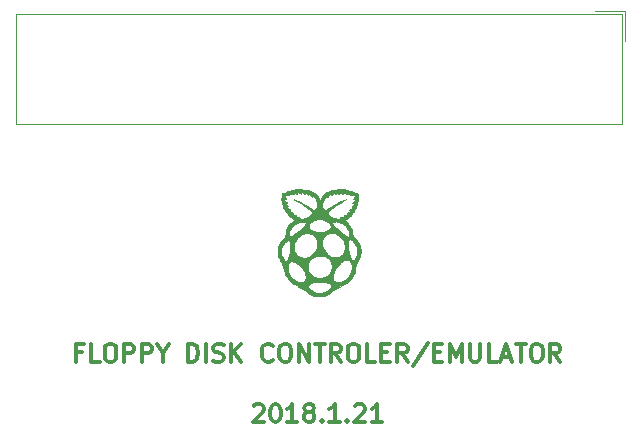
<source format=gbr>
G04 #@! TF.FileFunction,Legend,Top*
%FSLAX46Y46*%
G04 Gerber Fmt 4.6, Leading zero omitted, Abs format (unit mm)*
G04 Created by KiCad (PCBNEW 4.0.7) date 01/21/18 21:35:54*
%MOMM*%
%LPD*%
G01*
G04 APERTURE LIST*
%ADD10C,0.100000*%
%ADD11C,0.300000*%
%ADD12C,0.010000*%
%ADD13C,0.120000*%
G04 APERTURE END LIST*
D10*
D11*
X122148713Y-72272857D02*
X121648713Y-72272857D01*
X121648713Y-73058571D02*
X121648713Y-71558571D01*
X122362999Y-71558571D01*
X123648713Y-73058571D02*
X122934427Y-73058571D01*
X122934427Y-71558571D01*
X124434427Y-71558571D02*
X124720141Y-71558571D01*
X124862999Y-71630000D01*
X125005856Y-71772857D01*
X125077284Y-72058571D01*
X125077284Y-72558571D01*
X125005856Y-72844286D01*
X124862999Y-72987143D01*
X124720141Y-73058571D01*
X124434427Y-73058571D01*
X124291570Y-72987143D01*
X124148713Y-72844286D01*
X124077284Y-72558571D01*
X124077284Y-72058571D01*
X124148713Y-71772857D01*
X124291570Y-71630000D01*
X124434427Y-71558571D01*
X125720142Y-73058571D02*
X125720142Y-71558571D01*
X126291570Y-71558571D01*
X126434428Y-71630000D01*
X126505856Y-71701429D01*
X126577285Y-71844286D01*
X126577285Y-72058571D01*
X126505856Y-72201429D01*
X126434428Y-72272857D01*
X126291570Y-72344286D01*
X125720142Y-72344286D01*
X127220142Y-73058571D02*
X127220142Y-71558571D01*
X127791570Y-71558571D01*
X127934428Y-71630000D01*
X128005856Y-71701429D01*
X128077285Y-71844286D01*
X128077285Y-72058571D01*
X128005856Y-72201429D01*
X127934428Y-72272857D01*
X127791570Y-72344286D01*
X127220142Y-72344286D01*
X129005856Y-72344286D02*
X129005856Y-73058571D01*
X128505856Y-71558571D02*
X129005856Y-72344286D01*
X129505856Y-71558571D01*
X131148713Y-73058571D02*
X131148713Y-71558571D01*
X131505856Y-71558571D01*
X131720141Y-71630000D01*
X131862999Y-71772857D01*
X131934427Y-71915714D01*
X132005856Y-72201429D01*
X132005856Y-72415714D01*
X131934427Y-72701429D01*
X131862999Y-72844286D01*
X131720141Y-72987143D01*
X131505856Y-73058571D01*
X131148713Y-73058571D01*
X132648713Y-73058571D02*
X132648713Y-71558571D01*
X133291570Y-72987143D02*
X133505856Y-73058571D01*
X133862999Y-73058571D01*
X134005856Y-72987143D01*
X134077285Y-72915714D01*
X134148713Y-72772857D01*
X134148713Y-72630000D01*
X134077285Y-72487143D01*
X134005856Y-72415714D01*
X133862999Y-72344286D01*
X133577285Y-72272857D01*
X133434427Y-72201429D01*
X133362999Y-72130000D01*
X133291570Y-71987143D01*
X133291570Y-71844286D01*
X133362999Y-71701429D01*
X133434427Y-71630000D01*
X133577285Y-71558571D01*
X133934427Y-71558571D01*
X134148713Y-71630000D01*
X134791570Y-73058571D02*
X134791570Y-71558571D01*
X135648713Y-73058571D02*
X135005856Y-72201429D01*
X135648713Y-71558571D02*
X134791570Y-72415714D01*
X138291570Y-72915714D02*
X138220141Y-72987143D01*
X138005855Y-73058571D01*
X137862998Y-73058571D01*
X137648713Y-72987143D01*
X137505855Y-72844286D01*
X137434427Y-72701429D01*
X137362998Y-72415714D01*
X137362998Y-72201429D01*
X137434427Y-71915714D01*
X137505855Y-71772857D01*
X137648713Y-71630000D01*
X137862998Y-71558571D01*
X138005855Y-71558571D01*
X138220141Y-71630000D01*
X138291570Y-71701429D01*
X139220141Y-71558571D02*
X139505855Y-71558571D01*
X139648713Y-71630000D01*
X139791570Y-71772857D01*
X139862998Y-72058571D01*
X139862998Y-72558571D01*
X139791570Y-72844286D01*
X139648713Y-72987143D01*
X139505855Y-73058571D01*
X139220141Y-73058571D01*
X139077284Y-72987143D01*
X138934427Y-72844286D01*
X138862998Y-72558571D01*
X138862998Y-72058571D01*
X138934427Y-71772857D01*
X139077284Y-71630000D01*
X139220141Y-71558571D01*
X140505856Y-73058571D02*
X140505856Y-71558571D01*
X141362999Y-73058571D01*
X141362999Y-71558571D01*
X141862999Y-71558571D02*
X142720142Y-71558571D01*
X142291571Y-73058571D02*
X142291571Y-71558571D01*
X144077285Y-73058571D02*
X143577285Y-72344286D01*
X143220142Y-73058571D02*
X143220142Y-71558571D01*
X143791570Y-71558571D01*
X143934428Y-71630000D01*
X144005856Y-71701429D01*
X144077285Y-71844286D01*
X144077285Y-72058571D01*
X144005856Y-72201429D01*
X143934428Y-72272857D01*
X143791570Y-72344286D01*
X143220142Y-72344286D01*
X145005856Y-71558571D02*
X145291570Y-71558571D01*
X145434428Y-71630000D01*
X145577285Y-71772857D01*
X145648713Y-72058571D01*
X145648713Y-72558571D01*
X145577285Y-72844286D01*
X145434428Y-72987143D01*
X145291570Y-73058571D01*
X145005856Y-73058571D01*
X144862999Y-72987143D01*
X144720142Y-72844286D01*
X144648713Y-72558571D01*
X144648713Y-72058571D01*
X144720142Y-71772857D01*
X144862999Y-71630000D01*
X145005856Y-71558571D01*
X147005857Y-73058571D02*
X146291571Y-73058571D01*
X146291571Y-71558571D01*
X147505857Y-72272857D02*
X148005857Y-72272857D01*
X148220143Y-73058571D02*
X147505857Y-73058571D01*
X147505857Y-71558571D01*
X148220143Y-71558571D01*
X149720143Y-73058571D02*
X149220143Y-72344286D01*
X148863000Y-73058571D02*
X148863000Y-71558571D01*
X149434428Y-71558571D01*
X149577286Y-71630000D01*
X149648714Y-71701429D01*
X149720143Y-71844286D01*
X149720143Y-72058571D01*
X149648714Y-72201429D01*
X149577286Y-72272857D01*
X149434428Y-72344286D01*
X148863000Y-72344286D01*
X151434428Y-71487143D02*
X150148714Y-73415714D01*
X151934429Y-72272857D02*
X152434429Y-72272857D01*
X152648715Y-73058571D02*
X151934429Y-73058571D01*
X151934429Y-71558571D01*
X152648715Y-71558571D01*
X153291572Y-73058571D02*
X153291572Y-71558571D01*
X153791572Y-72630000D01*
X154291572Y-71558571D01*
X154291572Y-73058571D01*
X155005858Y-71558571D02*
X155005858Y-72772857D01*
X155077286Y-72915714D01*
X155148715Y-72987143D01*
X155291572Y-73058571D01*
X155577286Y-73058571D01*
X155720144Y-72987143D01*
X155791572Y-72915714D01*
X155863001Y-72772857D01*
X155863001Y-71558571D01*
X157291573Y-73058571D02*
X156577287Y-73058571D01*
X156577287Y-71558571D01*
X157720144Y-72630000D02*
X158434430Y-72630000D01*
X157577287Y-73058571D02*
X158077287Y-71558571D01*
X158577287Y-73058571D01*
X158863001Y-71558571D02*
X159720144Y-71558571D01*
X159291573Y-73058571D02*
X159291573Y-71558571D01*
X160505858Y-71558571D02*
X160791572Y-71558571D01*
X160934430Y-71630000D01*
X161077287Y-71772857D01*
X161148715Y-72058571D01*
X161148715Y-72558571D01*
X161077287Y-72844286D01*
X160934430Y-72987143D01*
X160791572Y-73058571D01*
X160505858Y-73058571D01*
X160363001Y-72987143D01*
X160220144Y-72844286D01*
X160148715Y-72558571D01*
X160148715Y-72058571D01*
X160220144Y-71772857D01*
X160363001Y-71630000D01*
X160505858Y-71558571D01*
X162648716Y-73058571D02*
X162148716Y-72344286D01*
X161791573Y-73058571D02*
X161791573Y-71558571D01*
X162363001Y-71558571D01*
X162505859Y-71630000D01*
X162577287Y-71701429D01*
X162648716Y-71844286D01*
X162648716Y-72058571D01*
X162577287Y-72201429D01*
X162505859Y-72272857D01*
X162363001Y-72344286D01*
X161791573Y-72344286D01*
X136684430Y-76801429D02*
X136755859Y-76730000D01*
X136898716Y-76658571D01*
X137255859Y-76658571D01*
X137398716Y-76730000D01*
X137470145Y-76801429D01*
X137541573Y-76944286D01*
X137541573Y-77087143D01*
X137470145Y-77301429D01*
X136613002Y-78158571D01*
X137541573Y-78158571D01*
X138470144Y-76658571D02*
X138613001Y-76658571D01*
X138755858Y-76730000D01*
X138827287Y-76801429D01*
X138898716Y-76944286D01*
X138970144Y-77230000D01*
X138970144Y-77587143D01*
X138898716Y-77872857D01*
X138827287Y-78015714D01*
X138755858Y-78087143D01*
X138613001Y-78158571D01*
X138470144Y-78158571D01*
X138327287Y-78087143D01*
X138255858Y-78015714D01*
X138184430Y-77872857D01*
X138113001Y-77587143D01*
X138113001Y-77230000D01*
X138184430Y-76944286D01*
X138255858Y-76801429D01*
X138327287Y-76730000D01*
X138470144Y-76658571D01*
X140398715Y-78158571D02*
X139541572Y-78158571D01*
X139970144Y-78158571D02*
X139970144Y-76658571D01*
X139827287Y-76872857D01*
X139684429Y-77015714D01*
X139541572Y-77087143D01*
X141255858Y-77301429D02*
X141113000Y-77230000D01*
X141041572Y-77158571D01*
X140970143Y-77015714D01*
X140970143Y-76944286D01*
X141041572Y-76801429D01*
X141113000Y-76730000D01*
X141255858Y-76658571D01*
X141541572Y-76658571D01*
X141684429Y-76730000D01*
X141755858Y-76801429D01*
X141827286Y-76944286D01*
X141827286Y-77015714D01*
X141755858Y-77158571D01*
X141684429Y-77230000D01*
X141541572Y-77301429D01*
X141255858Y-77301429D01*
X141113000Y-77372857D01*
X141041572Y-77444286D01*
X140970143Y-77587143D01*
X140970143Y-77872857D01*
X141041572Y-78015714D01*
X141113000Y-78087143D01*
X141255858Y-78158571D01*
X141541572Y-78158571D01*
X141684429Y-78087143D01*
X141755858Y-78015714D01*
X141827286Y-77872857D01*
X141827286Y-77587143D01*
X141755858Y-77444286D01*
X141684429Y-77372857D01*
X141541572Y-77301429D01*
X142470143Y-78015714D02*
X142541571Y-78087143D01*
X142470143Y-78158571D01*
X142398714Y-78087143D01*
X142470143Y-78015714D01*
X142470143Y-78158571D01*
X143970143Y-78158571D02*
X143113000Y-78158571D01*
X143541572Y-78158571D02*
X143541572Y-76658571D01*
X143398715Y-76872857D01*
X143255857Y-77015714D01*
X143113000Y-77087143D01*
X144613000Y-78015714D02*
X144684428Y-78087143D01*
X144613000Y-78158571D01*
X144541571Y-78087143D01*
X144613000Y-78015714D01*
X144613000Y-78158571D01*
X145255857Y-76801429D02*
X145327286Y-76730000D01*
X145470143Y-76658571D01*
X145827286Y-76658571D01*
X145970143Y-76730000D01*
X146041572Y-76801429D01*
X146113000Y-76944286D01*
X146113000Y-77087143D01*
X146041572Y-77301429D01*
X145184429Y-78158571D01*
X146113000Y-78158571D01*
X147541571Y-78158571D02*
X146684428Y-78158571D01*
X147113000Y-78158571D02*
X147113000Y-76658571D01*
X146970143Y-76872857D01*
X146827285Y-77015714D01*
X146684428Y-77087143D01*
D12*
G36*
X143992626Y-58451671D02*
X144039120Y-58469989D01*
X144064612Y-58483655D01*
X144087231Y-58488119D01*
X144117061Y-58483982D01*
X144147070Y-58476442D01*
X144234388Y-58460711D01*
X144314870Y-58460671D01*
X144382635Y-58476162D01*
X144398644Y-58483318D01*
X144430875Y-58501656D01*
X144452544Y-58517461D01*
X144456037Y-58521418D01*
X144471870Y-58527875D01*
X144505798Y-58532497D01*
X144550533Y-58534299D01*
X144551322Y-58534299D01*
X144624411Y-58538118D01*
X144679225Y-58550731D01*
X144721890Y-58573878D01*
X144737706Y-58587202D01*
X144758491Y-58601432D01*
X144788038Y-58610313D01*
X144832925Y-58615393D01*
X144864706Y-58617053D01*
X144952953Y-58623536D01*
X145021475Y-58636000D01*
X145075580Y-58656142D01*
X145120579Y-58685659D01*
X145142785Y-58705916D01*
X145175949Y-58736555D01*
X145200865Y-58751367D01*
X145225252Y-58754281D01*
X145235575Y-58753147D01*
X145314732Y-58753013D01*
X145387661Y-58774812D01*
X145449751Y-58816298D01*
X145496391Y-58875227D01*
X145499996Y-58881930D01*
X145515938Y-58933296D01*
X145520230Y-58995232D01*
X145512850Y-59055723D01*
X145500394Y-59091442D01*
X145487335Y-59120955D01*
X145487381Y-59141418D01*
X145501566Y-59165963D01*
X145506856Y-59173452D01*
X145528384Y-59218924D01*
X145538890Y-59281719D01*
X145539410Y-59289409D01*
X145540127Y-59338107D01*
X145533440Y-59377232D01*
X145516545Y-59419601D01*
X145506459Y-59440017D01*
X145485808Y-59483742D01*
X145476449Y-59515195D01*
X145476397Y-59543760D01*
X145480187Y-59564216D01*
X145484374Y-59631977D01*
X145465905Y-59700950D01*
X145424014Y-59773432D01*
X145400450Y-59804018D01*
X145378425Y-59835466D01*
X145367541Y-59867285D01*
X145364257Y-59910863D01*
X145364200Y-59920666D01*
X145361169Y-59980492D01*
X145349508Y-60026904D01*
X145325360Y-60069358D01*
X145284869Y-60117308D01*
X145283319Y-60118975D01*
X145249509Y-60159022D01*
X145230232Y-60194128D01*
X145220004Y-60234982D01*
X145218491Y-60245303D01*
X145202701Y-60306594D01*
X145171032Y-60362761D01*
X145120542Y-60417862D01*
X145054447Y-60471460D01*
X145009973Y-60506030D01*
X144983739Y-60531992D01*
X144972033Y-60553507D01*
X144970434Y-60565574D01*
X144961354Y-60604457D01*
X144937875Y-60650057D01*
X144905449Y-60693244D01*
X144879644Y-60717698D01*
X144850390Y-60736948D01*
X144807762Y-60760865D01*
X144766802Y-60781450D01*
X144720440Y-60805681D01*
X144691154Y-60828283D01*
X144671832Y-60855372D01*
X144665365Y-60868687D01*
X144627308Y-60923816D01*
X144567274Y-60971223D01*
X144487917Y-61009382D01*
X144391892Y-61036769D01*
X144363368Y-61042132D01*
X144330751Y-61049617D01*
X144311930Y-61057759D01*
X144310100Y-61060499D01*
X144320120Y-61071005D01*
X144346931Y-61091200D01*
X144385654Y-61117516D01*
X144405902Y-61130555D01*
X144481610Y-61184425D01*
X144564176Y-61253079D01*
X144646608Y-61330007D01*
X144721913Y-61408703D01*
X144780337Y-61478985D01*
X144836178Y-61562338D01*
X144891818Y-61662241D01*
X144943166Y-61770142D01*
X144986132Y-61877490D01*
X145015064Y-61969650D01*
X145030228Y-62037871D01*
X145044479Y-62119709D01*
X145055916Y-62203400D01*
X145061046Y-62254492D01*
X145069927Y-62341580D01*
X145081999Y-62408495D01*
X145099602Y-62460450D01*
X145125077Y-62502658D01*
X145160765Y-62540331D01*
X145205450Y-62576070D01*
X145337780Y-62688703D01*
X145456754Y-62820360D01*
X145559307Y-62966848D01*
X145642375Y-63123971D01*
X145685909Y-63233988D01*
X145733713Y-63411797D01*
X145757169Y-63593008D01*
X145756651Y-63775188D01*
X145732532Y-63955904D01*
X145685185Y-64132722D01*
X145614982Y-64303209D01*
X145522297Y-64464931D01*
X145490054Y-64511527D01*
X145459015Y-64555716D01*
X145436002Y-64592906D01*
X145418122Y-64629769D01*
X145402480Y-64672974D01*
X145386184Y-64729194D01*
X145371620Y-64784577D01*
X145353734Y-64852287D01*
X145336120Y-64916188D01*
X145320648Y-64969669D01*
X145309189Y-65006118D01*
X145307927Y-65009721D01*
X145297244Y-65052953D01*
X145290011Y-65107938D01*
X145288000Y-65150933D01*
X145277488Y-65297254D01*
X145247116Y-65451589D01*
X145198629Y-65608596D01*
X145133772Y-65762934D01*
X145054292Y-65909260D01*
X145025471Y-65954399D01*
X144925717Y-66084330D01*
X144805614Y-66206920D01*
X144669945Y-66318501D01*
X144523495Y-66415406D01*
X144371048Y-66493966D01*
X144269544Y-66533960D01*
X144232362Y-66550413D01*
X144181253Y-66577972D01*
X144122862Y-66612844D01*
X144063833Y-66651233D01*
X144061916Y-66652540D01*
X143837862Y-66792404D01*
X143600259Y-66916038D01*
X143543554Y-66942133D01*
X143479634Y-66972437D01*
X143430386Y-67000871D01*
X143386473Y-67033847D01*
X143338555Y-67077779D01*
X143321304Y-67094747D01*
X143171910Y-67226924D01*
X143013687Y-67335298D01*
X142846444Y-67419952D01*
X142669994Y-67480967D01*
X142484146Y-67518426D01*
X142316200Y-67531875D01*
X142249273Y-67533251D01*
X142188443Y-67533637D01*
X142139806Y-67533053D01*
X142109457Y-67531519D01*
X142106650Y-67531179D01*
X142072939Y-67525922D01*
X142026363Y-67518122D01*
X141992350Y-67512183D01*
X141819200Y-67469147D01*
X141648614Y-67403190D01*
X141485162Y-67316713D01*
X141333416Y-67212115D01*
X141204950Y-67098832D01*
X141162630Y-67059224D01*
X141122863Y-67029478D01*
X141077005Y-67004128D01*
X141016415Y-66977710D01*
X141008100Y-66974352D01*
X140899182Y-66927042D01*
X140781896Y-66869890D01*
X140661934Y-66806123D01*
X140544988Y-66738972D01*
X140484371Y-66701276D01*
X141276265Y-66701276D01*
X141279208Y-66716236D01*
X141295345Y-66749943D01*
X141327731Y-66794799D01*
X141372437Y-66846526D01*
X141425535Y-66900843D01*
X141483096Y-66953473D01*
X141536960Y-66996981D01*
X141685973Y-67094717D01*
X141840531Y-67168067D01*
X142002282Y-67217741D01*
X142083956Y-67233543D01*
X142164813Y-67241142D01*
X142260851Y-67242051D01*
X142362904Y-67236823D01*
X142461807Y-67226009D01*
X142548396Y-67210163D01*
X142571896Y-67204150D01*
X142737982Y-67144782D01*
X142892867Y-67063173D01*
X143034425Y-66960756D01*
X143160527Y-66838965D01*
X143219689Y-66767930D01*
X143260119Y-66701729D01*
X143276036Y-66639514D01*
X143267328Y-66581129D01*
X143233885Y-66526420D01*
X143175596Y-66475232D01*
X143092350Y-66427411D01*
X142984038Y-66382800D01*
X142932150Y-66365335D01*
X142834790Y-66337551D01*
X142736809Y-66316739D01*
X142632832Y-66302249D01*
X142517486Y-66293435D01*
X142385395Y-66289646D01*
X142303500Y-66289471D01*
X142201077Y-66290609D01*
X142117935Y-66293106D01*
X142047970Y-66297394D01*
X141985078Y-66303906D01*
X141923156Y-66313076D01*
X141890750Y-66318775D01*
X141750812Y-66349398D01*
X141626107Y-66386753D01*
X141518037Y-66429932D01*
X141428004Y-66478021D01*
X141357408Y-66530111D01*
X141307652Y-66585291D01*
X141280137Y-66642650D01*
X141276265Y-66701276D01*
X140484371Y-66701276D01*
X140436753Y-66671664D01*
X140342919Y-66607429D01*
X140290550Y-66567398D01*
X140254235Y-66542198D01*
X140204166Y-66512826D01*
X140150027Y-66484892D01*
X140139653Y-66480013D01*
X139971818Y-66388816D01*
X139818352Y-66277554D01*
X139680622Y-66147982D01*
X139559995Y-66001857D01*
X139457837Y-65840934D01*
X139375516Y-65666967D01*
X139314398Y-65481712D01*
X139293949Y-65394014D01*
X139279357Y-65330977D01*
X139261956Y-65268497D01*
X139244650Y-65216625D01*
X139237874Y-65199889D01*
X139217979Y-65150292D01*
X139208364Y-65123553D01*
X139561744Y-65123553D01*
X139564740Y-65212601D01*
X139572406Y-65292112D01*
X139578489Y-65328322D01*
X139625945Y-65501824D01*
X139694951Y-65663470D01*
X139784219Y-65811695D01*
X139892458Y-65944936D01*
X140018381Y-66061628D01*
X140160698Y-66160209D01*
X140318121Y-66239115D01*
X140334728Y-66245896D01*
X140443068Y-66283127D01*
X140552036Y-66309296D01*
X140656905Y-66323921D01*
X140752945Y-66326520D01*
X140835429Y-66316609D01*
X140882898Y-66301832D01*
X140927022Y-66274186D01*
X140974334Y-66230664D01*
X141018444Y-66178707D01*
X141052961Y-66125754D01*
X141070539Y-66083399D01*
X141091327Y-65948877D01*
X141087592Y-65807960D01*
X141059357Y-65660785D01*
X141006646Y-65507492D01*
X140956098Y-65398382D01*
X140906490Y-65304138D01*
X140861233Y-65226271D01*
X140815306Y-65157550D01*
X140763687Y-65090744D01*
X140711489Y-65030350D01*
X141268738Y-65030350D01*
X141270225Y-65124400D01*
X141276076Y-65200621D01*
X141287859Y-65266427D01*
X141307142Y-65329234D01*
X141335495Y-65396459D01*
X141354563Y-65436068D01*
X141429347Y-65559253D01*
X141524492Y-65670992D01*
X141636636Y-65768910D01*
X141762415Y-65850630D01*
X141898464Y-65913775D01*
X142041422Y-65955969D01*
X142106650Y-65967425D01*
X142167161Y-65972682D01*
X142242369Y-65974679D01*
X142323749Y-65973631D01*
X142402773Y-65969751D01*
X142470916Y-65963254D01*
X142507182Y-65957348D01*
X142662837Y-65912862D01*
X142775137Y-65862409D01*
X143410208Y-65862409D01*
X143412729Y-65926253D01*
X143417651Y-65987209D01*
X143424870Y-66043274D01*
X143433253Y-66086662D01*
X143438649Y-66104053D01*
X143486668Y-66189741D01*
X143550299Y-66255395D01*
X143629535Y-66301009D01*
X143684427Y-66318722D01*
X143735712Y-66325086D01*
X143804767Y-66324860D01*
X143884986Y-66318592D01*
X143969763Y-66306827D01*
X144052492Y-66290114D01*
X144063959Y-66287303D01*
X144232191Y-66232401D01*
X144387806Y-66156059D01*
X144529426Y-66059612D01*
X144655674Y-65944399D01*
X144765172Y-65811757D01*
X144856543Y-65663023D01*
X144928410Y-65499534D01*
X144953265Y-65424050D01*
X144966299Y-65377926D01*
X144975582Y-65337162D01*
X144981773Y-65295686D01*
X144985531Y-65247426D01*
X144987515Y-65186313D01*
X144988385Y-65106273D01*
X144988419Y-65100200D01*
X144988405Y-65016821D01*
X144986984Y-64952820D01*
X144983625Y-64902186D01*
X144977798Y-64858913D01*
X144968974Y-64816991D01*
X144960572Y-64784658D01*
X144924286Y-64674183D01*
X144881392Y-64587046D01*
X144830228Y-64521668D01*
X144769131Y-64476473D01*
X144696437Y-64449884D01*
X144610484Y-64440322D01*
X144597428Y-64440252D01*
X144474582Y-64453568D01*
X144350588Y-64491860D01*
X144226192Y-64554776D01*
X144102135Y-64641963D01*
X144018000Y-64715263D01*
X143990247Y-64739799D01*
X143969950Y-64754900D01*
X143964691Y-64757189D01*
X143948206Y-64767407D01*
X143920266Y-64795633D01*
X143883293Y-64838599D01*
X143839704Y-64893036D01*
X143791918Y-64955675D01*
X143742353Y-65023247D01*
X143693430Y-65092485D01*
X143647566Y-65160117D01*
X143607180Y-65222877D01*
X143574691Y-65277495D01*
X143561435Y-65302154D01*
X143517919Y-65398545D01*
X143477402Y-65508854D01*
X143443903Y-65621620D01*
X143431838Y-65671700D01*
X143418461Y-65740070D01*
X143411549Y-65799664D01*
X143410208Y-65862409D01*
X142775137Y-65862409D01*
X142806457Y-65848338D01*
X142936295Y-65765518D01*
X143050607Y-65666145D01*
X143147646Y-65551960D01*
X143225666Y-65424706D01*
X143282922Y-65286124D01*
X143315694Y-65150511D01*
X143324651Y-65092042D01*
X143329174Y-65046482D01*
X143329237Y-65004542D01*
X143324816Y-64956929D01*
X143315885Y-64894355D01*
X143314981Y-64888463D01*
X143279775Y-64740714D01*
X143221512Y-64603142D01*
X143140846Y-64476825D01*
X143038436Y-64362839D01*
X142948510Y-64286664D01*
X142824623Y-64204389D01*
X142697889Y-64143955D01*
X142563963Y-64103980D01*
X142418499Y-64083077D01*
X142297150Y-64079098D01*
X142180244Y-64083732D01*
X142078579Y-64097154D01*
X141983088Y-64121540D01*
X141884708Y-64159067D01*
X141801850Y-64198004D01*
X141670848Y-64273234D01*
X141560533Y-64359151D01*
X141467177Y-64459442D01*
X141387051Y-64577794D01*
X141351740Y-64643000D01*
X141319590Y-64710262D01*
X141296831Y-64769027D01*
X141281916Y-64826507D01*
X141273301Y-64889919D01*
X141269439Y-64966474D01*
X141268738Y-65030350D01*
X140711489Y-65030350D01*
X140701353Y-65018623D01*
X140663486Y-64977106D01*
X140543655Y-64856042D01*
X140428605Y-64758277D01*
X140316259Y-64682654D01*
X140204538Y-64628015D01*
X140091363Y-64593202D01*
X139974658Y-64577060D01*
X139942802Y-64575763D01*
X139882029Y-64575321D01*
X139839302Y-64577794D01*
X139807332Y-64584243D01*
X139778832Y-64595730D01*
X139768221Y-64601194D01*
X139706278Y-64645783D01*
X139650083Y-64707003D01*
X139606945Y-64776134D01*
X139592660Y-64810637D01*
X139578875Y-64868509D01*
X139569001Y-64944574D01*
X139563228Y-65031900D01*
X139561744Y-65123553D01*
X139208364Y-65123553D01*
X139193825Y-65083124D01*
X139167655Y-65005366D01*
X139141708Y-64924002D01*
X139118226Y-64846015D01*
X139099450Y-64778387D01*
X139089715Y-64738250D01*
X139070025Y-64675744D01*
X139042549Y-64626690D01*
X139038101Y-64621203D01*
X138956525Y-64512379D01*
X138881816Y-64385865D01*
X138817936Y-64249204D01*
X138768848Y-64109941D01*
X138768003Y-64107035D01*
X138729938Y-63930931D01*
X138715535Y-63750418D01*
X138718163Y-63695780D01*
X139006353Y-63695780D01*
X139009707Y-63823858D01*
X139012877Y-63850145D01*
X139044343Y-64003810D01*
X139093796Y-64149951D01*
X139159301Y-64284395D01*
X139238923Y-64402968D01*
X139302308Y-64474576D01*
X139342002Y-64509907D01*
X139374353Y-64525380D01*
X139406237Y-64522183D01*
X139444528Y-64501505D01*
X139447296Y-64499656D01*
X139482664Y-64467858D01*
X139522509Y-64419608D01*
X139561904Y-64362052D01*
X139595923Y-64302332D01*
X139618102Y-64251997D01*
X139634136Y-64207494D01*
X139654111Y-64152393D01*
X139670400Y-64107683D01*
X139706396Y-63990456D01*
X139736667Y-63854594D01*
X139760631Y-63706337D01*
X139777702Y-63551924D01*
X139787296Y-63397594D01*
X139787748Y-63353950D01*
X140114146Y-63353950D01*
X140115044Y-63455191D01*
X140120323Y-63538067D01*
X140131379Y-63609438D01*
X140149610Y-63676163D01*
X140176412Y-63745101D01*
X140207265Y-63811150D01*
X140280212Y-63931916D01*
X140371035Y-64036203D01*
X140477369Y-64122874D01*
X140596850Y-64190795D01*
X140727112Y-64238830D01*
X140865792Y-64265844D01*
X141010523Y-64270701D01*
X141135426Y-64256760D01*
X141277070Y-64219056D01*
X141415681Y-64158196D01*
X141548462Y-64076420D01*
X141672619Y-63975971D01*
X141785355Y-63859092D01*
X141883875Y-63728023D01*
X141960344Y-63595250D01*
X141994775Y-63521859D01*
X142020685Y-63454954D01*
X142040785Y-63385741D01*
X142057784Y-63305424D01*
X142067988Y-63246000D01*
X142084098Y-63101311D01*
X142083465Y-63048542D01*
X142486063Y-63048542D01*
X142487072Y-63068200D01*
X142496623Y-63178563D01*
X142512713Y-63274182D01*
X142537793Y-63364474D01*
X142574315Y-63458860D01*
X142607683Y-63531750D01*
X142691311Y-63685230D01*
X142785675Y-63817393D01*
X142893228Y-63930936D01*
X143016425Y-64028552D01*
X143116582Y-64090708D01*
X143192963Y-64132048D01*
X143256760Y-64162110D01*
X143316403Y-64183889D01*
X143380317Y-64200381D01*
X143456930Y-64214580D01*
X143471900Y-64216994D01*
X143545778Y-64227814D01*
X143602930Y-64233299D01*
X143651460Y-64233463D01*
X143699471Y-64228316D01*
X143755069Y-64217872D01*
X143757159Y-64217431D01*
X143898676Y-64176516D01*
X144023194Y-64117021D01*
X144131730Y-64038266D01*
X144225302Y-63939573D01*
X144272262Y-63874247D01*
X144336840Y-63754665D01*
X144381384Y-63623996D01*
X144406519Y-63479912D01*
X144413084Y-63350758D01*
X144402005Y-63191539D01*
X144678417Y-63191539D01*
X144680875Y-63263373D01*
X144687785Y-63353995D01*
X144698424Y-63457326D01*
X144712070Y-63567285D01*
X144727998Y-63677795D01*
X144745486Y-63782774D01*
X144754376Y-63830200D01*
X144781533Y-63949718D01*
X144815044Y-64065922D01*
X144853371Y-64175182D01*
X144894979Y-64273869D01*
X144938332Y-64358353D01*
X144981895Y-64425004D01*
X145024131Y-64470193D01*
X145025708Y-64471453D01*
X145056525Y-64494012D01*
X145078104Y-64501328D01*
X145100545Y-64494626D01*
X145120940Y-64482994D01*
X145150987Y-64458340D01*
X145189641Y-64417272D01*
X145232554Y-64365223D01*
X145275379Y-64307628D01*
X145313769Y-64249920D01*
X145331831Y-64219363D01*
X145356001Y-64171035D01*
X145383054Y-64109140D01*
X145408406Y-64044392D01*
X145416836Y-64020700D01*
X145432497Y-63973967D01*
X145443636Y-63935586D01*
X145451039Y-63899510D01*
X145455489Y-63859694D01*
X145457771Y-63810092D01*
X145458671Y-63744658D01*
X145458869Y-63696850D01*
X145457813Y-63596344D01*
X145453233Y-63514599D01*
X145443975Y-63445086D01*
X145428883Y-63381275D01*
X145406802Y-63316637D01*
X145380365Y-63253191D01*
X145310730Y-63122226D01*
X145221780Y-62997998D01*
X145118250Y-62886114D01*
X145004873Y-62792177D01*
X144972144Y-62769942D01*
X144911318Y-62732903D01*
X144865534Y-62711197D01*
X144830591Y-62703579D01*
X144802287Y-62708802D01*
X144789401Y-62715782D01*
X144764586Y-62744261D01*
X144741121Y-62793907D01*
X144719993Y-62860488D01*
X144702188Y-62939772D01*
X144688694Y-63027529D01*
X144680497Y-63119527D01*
X144678417Y-63191539D01*
X144402005Y-63191539D01*
X144401153Y-63179308D01*
X144365110Y-63011772D01*
X144306212Y-62850752D01*
X144225713Y-62698853D01*
X144124869Y-62558677D01*
X144004935Y-62432827D01*
X143946095Y-62382384D01*
X143824392Y-62294266D01*
X143702372Y-62227053D01*
X143572720Y-62177234D01*
X143455194Y-62146817D01*
X143325661Y-62129237D01*
X143200574Y-62133572D01*
X143075601Y-62160406D01*
X142946408Y-62210325D01*
X142931267Y-62217484D01*
X142866207Y-62250447D01*
X142817137Y-62280196D01*
X142776194Y-62312247D01*
X142735517Y-62352118D01*
X142728067Y-62360065D01*
X142634129Y-62477825D01*
X142563325Y-62604478D01*
X142515290Y-62741099D01*
X142489658Y-62888762D01*
X142486063Y-63048542D01*
X142083465Y-63048542D01*
X142082513Y-62969252D01*
X142062612Y-62843648D01*
X142023773Y-62718323D01*
X142011881Y-62688367D01*
X141945434Y-62558768D01*
X141860581Y-62444987D01*
X141759565Y-62348544D01*
X141644631Y-62270955D01*
X141518021Y-62213740D01*
X141381980Y-62178416D01*
X141240483Y-62166500D01*
X141081906Y-62178954D01*
X140928479Y-62216108D01*
X140780926Y-62277651D01*
X140639975Y-62363270D01*
X140506352Y-62472653D01*
X140489188Y-62488959D01*
X140368875Y-62622477D01*
X140269430Y-62770436D01*
X140190790Y-62932939D01*
X140149132Y-63051920D01*
X140135503Y-63100115D01*
X140126016Y-63143206D01*
X140119890Y-63187921D01*
X140116346Y-63240987D01*
X140114606Y-63309131D01*
X140114146Y-63353950D01*
X139787748Y-63353950D01*
X139788830Y-63249588D01*
X139781720Y-63114145D01*
X139771266Y-63030022D01*
X139755890Y-62950078D01*
X139737813Y-62889212D01*
X139714501Y-62841102D01*
X139683421Y-62799427D01*
X139675306Y-62790511D01*
X139643237Y-62763653D01*
X139610204Y-62754177D01*
X139571372Y-62762442D01*
X139521907Y-62788808D01*
X139499375Y-62803608D01*
X139368464Y-62905793D01*
X139257368Y-63021792D01*
X139162581Y-63155349D01*
X139149122Y-63177865D01*
X139092992Y-63293432D01*
X139049490Y-63423190D01*
X139020113Y-63559765D01*
X139006353Y-63695780D01*
X138718163Y-63695780D01*
X138724270Y-63568840D01*
X138755616Y-63389543D01*
X138809048Y-63215871D01*
X138884042Y-63051169D01*
X138951313Y-62939690D01*
X138995277Y-62880877D01*
X139052012Y-62814186D01*
X139115370Y-62746106D01*
X139179207Y-62683124D01*
X139237375Y-62631727D01*
X139259207Y-62614735D01*
X139311278Y-62569000D01*
X139348503Y-62517108D01*
X139372985Y-62454147D01*
X139386828Y-62375204D01*
X139390542Y-62318804D01*
X139683378Y-62318804D01*
X139683415Y-62370105D01*
X139685633Y-62412414D01*
X139689589Y-62438715D01*
X139691224Y-62442725D01*
X139714200Y-62456557D01*
X139755508Y-62454682D01*
X139815785Y-62437033D01*
X139842748Y-62426603D01*
X139930156Y-62385251D01*
X140031913Y-62326960D01*
X140145361Y-62253654D01*
X140267839Y-62167257D01*
X140396687Y-62069694D01*
X140529245Y-61962888D01*
X140662854Y-61848764D01*
X140751940Y-61768888D01*
X140843183Y-61682284D01*
X140925917Y-61597568D01*
X140930827Y-61592107D01*
X141339439Y-61592107D01*
X141343551Y-61625143D01*
X141356392Y-61661331D01*
X141377072Y-61704275D01*
X141416596Y-61768941D01*
X141462756Y-61824024D01*
X141477295Y-61837548D01*
X141533463Y-61878435D01*
X141607727Y-61921628D01*
X141693404Y-61963849D01*
X141783810Y-62001822D01*
X141872263Y-62032272D01*
X141878050Y-62033990D01*
X141992212Y-62059882D01*
X142123193Y-62076710D01*
X142264023Y-62084312D01*
X142407729Y-62082526D01*
X142547343Y-62071190D01*
X142665450Y-62052336D01*
X142762174Y-62026931D01*
X142859755Y-61991400D01*
X142951970Y-61948692D01*
X143032600Y-61901753D01*
X143095424Y-61853533D01*
X143105512Y-61843785D01*
X143163482Y-61775820D01*
X143199278Y-61710162D01*
X143215064Y-61641837D01*
X143215435Y-61590779D01*
X143207654Y-61529993D01*
X143191165Y-61477872D01*
X143162622Y-61428009D01*
X143118678Y-61373997D01*
X143082135Y-61335516D01*
X142997561Y-61261414D01*
X143296646Y-61261414D01*
X143307038Y-61298771D01*
X143332340Y-61348354D01*
X143371072Y-61407252D01*
X143420924Y-61471559D01*
X143500159Y-61562236D01*
X143589979Y-61656684D01*
X143688241Y-61753245D01*
X143792804Y-61850258D01*
X143901524Y-61946064D01*
X144012262Y-62039004D01*
X144122873Y-62127416D01*
X144231217Y-62209643D01*
X144335151Y-62284024D01*
X144432533Y-62348899D01*
X144521222Y-62402610D01*
X144599074Y-62443495D01*
X144663948Y-62469897D01*
X144713703Y-62480154D01*
X144722568Y-62480069D01*
X144746392Y-62476017D01*
X144759570Y-62463114D01*
X144767773Y-62434283D01*
X144770279Y-62420500D01*
X144773848Y-62370959D01*
X144771754Y-62304011D01*
X144764760Y-62226821D01*
X144753629Y-62146555D01*
X144739125Y-62070379D01*
X144728352Y-62026820D01*
X144675629Y-61881636D01*
X144600757Y-61741721D01*
X144506964Y-61611319D01*
X144397480Y-61494674D01*
X144275534Y-61396031D01*
X144221993Y-61361360D01*
X144094472Y-61296033D01*
X143955459Y-61245045D01*
X143811583Y-61210034D01*
X143669470Y-61192638D01*
X143543929Y-61193769D01*
X143474599Y-61201002D01*
X143410326Y-61210344D01*
X143356445Y-61220790D01*
X143318290Y-61231335D01*
X143302647Y-61239193D01*
X143296646Y-61261414D01*
X142997561Y-61261414D01*
X142953683Y-61222969D01*
X142811305Y-61131441D01*
X142656612Y-61061861D01*
X142548491Y-61028397D01*
X142496638Y-61015700D01*
X142452649Y-61007118D01*
X142409634Y-61002071D01*
X142360705Y-60999977D01*
X142298973Y-61000257D01*
X142233650Y-61001859D01*
X142135042Y-61006077D01*
X142054716Y-61013437D01*
X141985600Y-61025477D01*
X141920626Y-61043729D01*
X141852726Y-61069731D01*
X141788656Y-61098496D01*
X141683569Y-61153651D01*
X141586855Y-61215846D01*
X141502343Y-61282005D01*
X141433866Y-61349047D01*
X141385253Y-61413895D01*
X141376535Y-61429634D01*
X141358486Y-61476009D01*
X141345006Y-61530209D01*
X141341767Y-61552372D01*
X141339439Y-61592107D01*
X140930827Y-61592107D01*
X140998502Y-61516847D01*
X141059300Y-61442225D01*
X141106671Y-61375809D01*
X141138975Y-61319704D01*
X141154574Y-61276017D01*
X141154166Y-61252151D01*
X141134844Y-61232207D01*
X141091543Y-61216354D01*
X141025381Y-61204789D01*
X140937480Y-61197709D01*
X140830300Y-61195311D01*
X140705286Y-61199689D01*
X140595495Y-61214170D01*
X140492123Y-61240605D01*
X140386371Y-61280845D01*
X140353350Y-61295662D01*
X140206153Y-61377266D01*
X140074175Y-61478000D01*
X139958869Y-61595645D01*
X139861685Y-61727988D01*
X139784074Y-61872812D01*
X139727487Y-62027902D01*
X139693374Y-62191041D01*
X139683378Y-62318804D01*
X139390542Y-62318804D01*
X139391373Y-62306200D01*
X139410813Y-62110581D01*
X139455046Y-61919519D01*
X139523618Y-61734783D01*
X139554847Y-61668826D01*
X139628267Y-61544949D01*
X139722027Y-61422175D01*
X139831364Y-61305456D01*
X139951510Y-61199747D01*
X140077702Y-61110000D01*
X140113037Y-61088657D01*
X140197983Y-61039377D01*
X140135628Y-61024418D01*
X140052974Y-60996362D01*
X139984427Y-60956451D01*
X139934275Y-60907537D01*
X139916505Y-60878700D01*
X139899270Y-60847948D01*
X139878350Y-60824497D01*
X139847323Y-60802891D01*
X139799765Y-60777677D01*
X139794438Y-60775036D01*
X139715053Y-60728757D01*
X139658320Y-60678596D01*
X139621515Y-60621753D01*
X139607942Y-60583574D01*
X139591776Y-60541521D01*
X139564855Y-60507961D01*
X139535157Y-60483665D01*
X139457798Y-60420267D01*
X139403479Y-60360670D01*
X139370581Y-60302581D01*
X139357485Y-60243705D01*
X139357100Y-60231195D01*
X139352119Y-60201416D01*
X139334616Y-60170273D01*
X139300748Y-60131039D01*
X139298635Y-60128827D01*
X139248718Y-60069064D01*
X139219057Y-60012545D01*
X139206658Y-59952289D01*
X139206171Y-59913457D01*
X139206110Y-59875010D01*
X139199759Y-59845928D01*
X139183492Y-59816527D01*
X139156455Y-59780619D01*
X139115573Y-59718896D01*
X139094887Y-59658817D01*
X139091670Y-59591088D01*
X139093801Y-59567019D01*
X139095059Y-59528353D01*
X139087795Y-59490676D01*
X139069790Y-59444239D01*
X139061959Y-59427137D01*
X139040890Y-59378268D01*
X139030617Y-59341080D01*
X139029567Y-59318153D01*
X139268200Y-59318153D01*
X139277416Y-59342334D01*
X139302420Y-59378172D01*
X139339243Y-59421360D01*
X139383915Y-59467591D01*
X139432468Y-59512558D01*
X139480932Y-59551954D01*
X139489335Y-59558118D01*
X139514889Y-59582341D01*
X139518646Y-59604340D01*
X139517661Y-59607308D01*
X139509776Y-59619110D01*
X139493749Y-59625005D01*
X139463660Y-59625985D01*
X139420646Y-59623555D01*
X139332292Y-59617233D01*
X139354221Y-59655066D01*
X139372172Y-59678867D01*
X139404183Y-59714646D01*
X139445512Y-59757304D01*
X139485544Y-59796224D01*
X139528477Y-59837644D01*
X139563839Y-59873411D01*
X139587893Y-59899629D01*
X139596884Y-59912250D01*
X139586391Y-59919724D01*
X139557085Y-59926711D01*
X139519240Y-59931316D01*
X139439650Y-59937683D01*
X139503150Y-59998442D01*
X139544925Y-60035267D01*
X139597928Y-60077653D01*
X139651966Y-60117512D01*
X139661900Y-60124399D01*
X139704564Y-60153686D01*
X139738779Y-60177326D01*
X139759485Y-60191818D01*
X139763132Y-60194489D01*
X139763013Y-60204228D01*
X139743138Y-60213338D01*
X139709131Y-60220196D01*
X139666615Y-60223183D01*
X139663519Y-60223205D01*
X139624942Y-60224036D01*
X139607303Y-60227492D01*
X139606153Y-60235452D01*
X139612719Y-60244640D01*
X139636504Y-60266165D01*
X139677471Y-60295844D01*
X139730194Y-60330260D01*
X139789245Y-60365997D01*
X139849196Y-60399638D01*
X139900642Y-60425878D01*
X139943335Y-60447432D01*
X139975385Y-60465784D01*
X139991288Y-60477715D01*
X139992100Y-60479406D01*
X139980413Y-60494978D01*
X139949406Y-60508034D01*
X139905156Y-60516287D01*
X139891052Y-60517435D01*
X139836767Y-60520638D01*
X139868308Y-60547769D01*
X139890868Y-60560852D01*
X139931893Y-60579138D01*
X139985521Y-60600527D01*
X140045888Y-60622919D01*
X140107130Y-60644217D01*
X140163386Y-60662319D01*
X140208793Y-60675129D01*
X140237486Y-60680545D01*
X140239311Y-60680600D01*
X140256267Y-60685915D01*
X140253092Y-60699637D01*
X140232176Y-60718423D01*
X140198407Y-60737750D01*
X140167792Y-60755265D01*
X140150586Y-60770664D01*
X140149083Y-60775850D01*
X140163880Y-60787106D01*
X140199487Y-60799661D01*
X140251416Y-60812531D01*
X140315180Y-60824736D01*
X140386290Y-60835292D01*
X140454746Y-60842740D01*
X140510792Y-60848358D01*
X140557060Y-60854232D01*
X140587925Y-60859572D01*
X140597638Y-60862804D01*
X140596462Y-60877297D01*
X140579122Y-60899640D01*
X140550995Y-60924229D01*
X140519179Y-60944564D01*
X140481050Y-60964628D01*
X140512800Y-60973748D01*
X140564491Y-60981895D01*
X140636149Y-60983315D01*
X140723279Y-60978122D01*
X140821387Y-60966432D01*
X140826269Y-60965713D01*
X141002090Y-60932221D01*
X141155761Y-60887085D01*
X141287876Y-60829971D01*
X141399027Y-60760550D01*
X141489806Y-60678487D01*
X141560806Y-60583452D01*
X141584137Y-60541061D01*
X141609902Y-60487637D01*
X141624927Y-60446537D01*
X141627814Y-60412606D01*
X141617163Y-60380687D01*
X141591578Y-60345622D01*
X141549660Y-60302255D01*
X141508807Y-60263210D01*
X141382169Y-60150832D01*
X141234593Y-60032991D01*
X141069359Y-59911898D01*
X140889742Y-59789761D01*
X140699021Y-59668790D01*
X140500471Y-59551196D01*
X140297370Y-59439188D01*
X140249275Y-59413884D01*
X140188229Y-59381808D01*
X140135975Y-59353858D01*
X140096284Y-59332091D01*
X140072931Y-59318566D01*
X140068300Y-59315166D01*
X140079459Y-59316848D01*
X140110528Y-59326766D01*
X140157894Y-59343576D01*
X140217943Y-59365933D01*
X140287062Y-59392492D01*
X140361636Y-59421908D01*
X140436600Y-59452240D01*
X140589426Y-59518253D01*
X140747389Y-59592666D01*
X140906973Y-59673445D01*
X141064659Y-59758553D01*
X141216932Y-59845955D01*
X141360274Y-59933615D01*
X141491168Y-60019498D01*
X141606098Y-60101567D01*
X141701547Y-60177787D01*
X141723726Y-60197284D01*
X141772603Y-60241317D01*
X141840650Y-60205690D01*
X141928610Y-60146196D01*
X141999961Y-60070347D01*
X142052825Y-59981873D01*
X142085327Y-59884504D01*
X142090016Y-59837648D01*
X142484453Y-59837648D01*
X142505349Y-59941309D01*
X142549316Y-60034567D01*
X142616315Y-60117226D01*
X142618293Y-60119163D01*
X142660763Y-60156489D01*
X142706843Y-60190913D01*
X142737795Y-60210043D01*
X142795331Y-60240566D01*
X142889140Y-60164007D01*
X143046358Y-60044474D01*
X143225102Y-59924238D01*
X143421642Y-59805320D01*
X143632250Y-59689739D01*
X143853199Y-59579516D01*
X144080758Y-59476669D01*
X144311201Y-59383220D01*
X144373749Y-59359744D01*
X144419491Y-59343416D01*
X144454518Y-59331937D01*
X144473391Y-59327045D01*
X144475200Y-59327313D01*
X144464644Y-59334766D01*
X144435733Y-59351690D01*
X144392597Y-59375746D01*
X144339371Y-59404596D01*
X144325975Y-59411749D01*
X144148167Y-59509442D01*
X143970453Y-59612806D01*
X143797140Y-59719095D01*
X143632536Y-59825563D01*
X143480947Y-59929465D01*
X143346682Y-60028054D01*
X143291600Y-60071123D01*
X143223258Y-60127405D01*
X143156259Y-60185462D01*
X143093438Y-60242546D01*
X143037632Y-60295907D01*
X142991677Y-60342796D01*
X142958411Y-60380464D01*
X142940669Y-60406161D01*
X142938500Y-60413376D01*
X142945487Y-60443488D01*
X142964150Y-60487726D01*
X142991041Y-60539812D01*
X143022711Y-60593466D01*
X143055714Y-60642406D01*
X143082858Y-60676299D01*
X143153256Y-60744185D01*
X143233724Y-60801521D01*
X143328103Y-60850307D01*
X143440239Y-60892547D01*
X143567143Y-60928542D01*
X143708392Y-60959317D01*
X143836774Y-60977979D01*
X143949362Y-60984232D01*
X144043226Y-60977780D01*
X144047709Y-60977064D01*
X144096469Y-60969008D01*
X144038184Y-60932730D01*
X144005581Y-60909202D01*
X143984428Y-60887726D01*
X143979900Y-60877668D01*
X143983206Y-60866428D01*
X143995726Y-60858013D01*
X144021361Y-60851483D01*
X144064011Y-60845900D01*
X144127578Y-60840326D01*
X144138650Y-60839472D01*
X144202984Y-60832701D01*
X144269921Y-60822556D01*
X144332663Y-60810375D01*
X144384415Y-60797493D01*
X144418382Y-60785246D01*
X144420687Y-60784024D01*
X144426405Y-60775000D01*
X144413353Y-60762259D01*
X144379003Y-60743360D01*
X144378044Y-60742884D01*
X144337056Y-60720061D01*
X144319501Y-60702941D01*
X144324541Y-60689742D01*
X144348200Y-60679596D01*
X144463698Y-60643945D01*
X144559208Y-60611947D01*
X144634062Y-60583937D01*
X144687591Y-60560253D01*
X144719125Y-60541231D01*
X144727995Y-60527207D01*
X144713533Y-60518518D01*
X144675070Y-60515500D01*
X144674477Y-60515500D01*
X144639719Y-60511717D01*
X144606916Y-60502295D01*
X144582863Y-60490124D01*
X144574355Y-60478093D01*
X144576819Y-60473973D01*
X144590847Y-60466294D01*
X144621340Y-60451595D01*
X144659350Y-60434124D01*
X144719515Y-60404455D01*
X144783608Y-60368644D01*
X144845349Y-60330615D01*
X144898459Y-60294288D01*
X144936658Y-60263589D01*
X144944138Y-60256205D01*
X144974927Y-60223400D01*
X144906038Y-60223205D01*
X144863945Y-60220469D01*
X144830083Y-60213674D01*
X144809266Y-60204559D01*
X144806307Y-60194866D01*
X144814002Y-60189932D01*
X144839710Y-60175512D01*
X144879318Y-60148884D01*
X144927284Y-60114188D01*
X144978066Y-60075559D01*
X145026123Y-60037137D01*
X145065911Y-60003060D01*
X145073048Y-59996517D01*
X145141950Y-59932268D01*
X145069963Y-59931784D01*
X145026812Y-59930286D01*
X144992432Y-59926948D01*
X144979049Y-59924036D01*
X144977372Y-59914948D01*
X144991115Y-59893745D01*
X145021361Y-59859125D01*
X145069194Y-59809789D01*
X145098660Y-59780557D01*
X145146660Y-59732572D01*
X145187445Y-59690291D01*
X145217870Y-59657098D01*
X145234786Y-59636374D01*
X145237200Y-59631643D01*
X145225310Y-59625277D01*
X145192345Y-59622965D01*
X145153652Y-59624266D01*
X145105236Y-59625212D01*
X145070310Y-59621669D01*
X145056714Y-59616194D01*
X145057757Y-59603574D01*
X145075169Y-59578517D01*
X145109957Y-59539811D01*
X145163129Y-59486246D01*
X145172011Y-59477576D01*
X145218599Y-59430658D01*
X145257638Y-59388322D01*
X145285803Y-59354405D01*
X145299771Y-59332743D01*
X145300700Y-59329033D01*
X145298433Y-59317049D01*
X145288043Y-59311061D01*
X145264143Y-59310188D01*
X145221349Y-59313548D01*
X145211800Y-59314478D01*
X145168112Y-59317726D01*
X145136389Y-59318071D01*
X145122990Y-59315468D01*
X145122900Y-59315110D01*
X145128335Y-59293147D01*
X145142698Y-59255197D01*
X145163077Y-59207741D01*
X145186557Y-59157262D01*
X145210226Y-59110242D01*
X145231171Y-59073165D01*
X145232765Y-59070628D01*
X145254957Y-59034810D01*
X145270346Y-59008246D01*
X145275300Y-58997603D01*
X145263441Y-58995186D01*
X145231227Y-58993222D01*
X145183704Y-58991923D01*
X145131022Y-58991500D01*
X145065919Y-58990761D01*
X145003691Y-58988765D01*
X144952582Y-58985843D01*
X144926985Y-58983308D01*
X144867225Y-58975117D01*
X144921067Y-58920256D01*
X144950010Y-58889324D01*
X144962329Y-58871017D01*
X144960243Y-58860928D01*
X144952940Y-58856964D01*
X144923821Y-58852300D01*
X144876260Y-58851541D01*
X144816823Y-58854150D01*
X144752076Y-58859590D01*
X144688586Y-58867322D01*
X144632918Y-58876810D01*
X144595534Y-58886211D01*
X144553142Y-58898345D01*
X144519404Y-58905253D01*
X144503459Y-58905669D01*
X144488809Y-58890219D01*
X144491892Y-58863264D01*
X144511195Y-58829877D01*
X144533254Y-58805674D01*
X144578608Y-58762900D01*
X144536174Y-58762900D01*
X144499345Y-58766888D01*
X144445820Y-58777641D01*
X144382809Y-58793340D01*
X144317520Y-58812169D01*
X144257164Y-58832310D01*
X144249185Y-58835255D01*
X144206404Y-58847219D01*
X144182961Y-58843948D01*
X144182038Y-58843118D01*
X144175590Y-58820259D01*
X144187652Y-58788004D01*
X144215713Y-58751209D01*
X144242455Y-58726239D01*
X144291050Y-58686130D01*
X144246600Y-58693923D01*
X144165320Y-58713413D01*
X144075797Y-58743355D01*
X143990406Y-58779370D01*
X143955753Y-58796861D01*
X143911161Y-58819531D01*
X143883427Y-58829602D01*
X143868149Y-58828377D01*
X143863873Y-58824040D01*
X143853879Y-58793476D01*
X143862397Y-58757733D01*
X143883644Y-58721140D01*
X143914388Y-58675836D01*
X143866037Y-58692895D01*
X143810975Y-58714766D01*
X143761694Y-58740822D01*
X143709735Y-58776048D01*
X143661220Y-58813651D01*
X143622428Y-58843008D01*
X143590310Y-58864070D01*
X143570461Y-58873264D01*
X143567922Y-58873244D01*
X143550076Y-58855529D01*
X143539734Y-58822764D01*
X143538989Y-58784716D01*
X143544242Y-58762821D01*
X143558308Y-58725554D01*
X143511929Y-58749336D01*
X143482523Y-58768956D01*
X143442498Y-58801650D01*
X143398474Y-58841842D01*
X143377191Y-58862844D01*
X143336544Y-58903541D01*
X143309322Y-58928379D01*
X143291441Y-58939895D01*
X143278818Y-58940632D01*
X143267367Y-58933129D01*
X143266066Y-58931966D01*
X143247910Y-58898957D01*
X143243300Y-58856181D01*
X143241059Y-58822783D01*
X143235411Y-58803168D01*
X143232388Y-58800999D01*
X143213793Y-58810159D01*
X143182593Y-58835286D01*
X143142463Y-58872854D01*
X143097082Y-58919336D01*
X143050125Y-58971205D01*
X143028217Y-58996846D01*
X142991053Y-59040844D01*
X142966540Y-59067757D01*
X142951127Y-59080062D01*
X142941264Y-59080236D01*
X142933401Y-59070757D01*
X142930242Y-59065218D01*
X142917306Y-59031553D01*
X142913550Y-59008124D01*
X142909666Y-58983274D01*
X142897728Y-58976386D01*
X142875674Y-58988166D01*
X142841440Y-59019318D01*
X142821928Y-59039405D01*
X142716886Y-59167529D01*
X142626786Y-59314093D01*
X142553464Y-59475780D01*
X142512035Y-59599888D01*
X142486669Y-59723776D01*
X142484453Y-59837648D01*
X142090016Y-59837648D01*
X142095588Y-59781969D01*
X142089053Y-59712045D01*
X142055469Y-59573108D01*
X142004112Y-59432054D01*
X141938151Y-59295229D01*
X141860753Y-59168975D01*
X141775086Y-59059639D01*
X141749891Y-59032759D01*
X141678390Y-58959750D01*
X141660543Y-59019450D01*
X141645318Y-59063157D01*
X141631528Y-59083351D01*
X141616776Y-59081631D01*
X141599176Y-59060370D01*
X141577323Y-59032028D01*
X141542313Y-58991928D01*
X141499425Y-58945575D01*
X141453933Y-58898475D01*
X141411117Y-58856134D01*
X141376252Y-58824056D01*
X141360690Y-58811556D01*
X141324482Y-58785774D01*
X141332767Y-58818787D01*
X141335160Y-58869646D01*
X141319217Y-58915915D01*
X141305746Y-58933338D01*
X141294490Y-58941355D01*
X141281676Y-58939778D01*
X141263019Y-58925888D01*
X141234235Y-58896966D01*
X141213690Y-58874917D01*
X141171515Y-58832426D01*
X141127016Y-58792639D01*
X141089005Y-58763372D01*
X141084988Y-58760740D01*
X141047854Y-58738935D01*
X141021512Y-58726921D01*
X141009382Y-58725759D01*
X141014885Y-58736509D01*
X141018259Y-58740039D01*
X141029461Y-58763261D01*
X141033459Y-58797130D01*
X141030972Y-58833071D01*
X141022715Y-58862510D01*
X141009404Y-58876873D01*
X141006805Y-58877200D01*
X140992160Y-58869730D01*
X140963645Y-58849962D01*
X140926904Y-58821858D01*
X140919367Y-58815828D01*
X140852787Y-58767552D01*
X140781351Y-58724719D01*
X140713737Y-58692232D01*
X140678552Y-58679729D01*
X140647454Y-58670686D01*
X140681727Y-58711417D01*
X140703085Y-58745929D01*
X140714866Y-58783116D01*
X140715445Y-58814747D01*
X140705404Y-58831449D01*
X140690030Y-58828957D01*
X140658324Y-58816610D01*
X140616199Y-58796813D01*
X140600629Y-58788852D01*
X140508166Y-58746269D01*
X140410138Y-58713409D01*
X140328650Y-58693290D01*
X140290550Y-58684963D01*
X140344525Y-58740287D01*
X140374666Y-58775751D01*
X140394016Y-58807581D01*
X140398500Y-58823705D01*
X140395350Y-58845786D01*
X140390288Y-58851800D01*
X140375417Y-58848151D01*
X140342001Y-58838328D01*
X140295652Y-58824012D01*
X140262160Y-58813387D01*
X140199796Y-58795221D01*
X140136021Y-58779627D01*
X140081379Y-58769087D01*
X140064331Y-58766831D01*
X139986418Y-58758687D01*
X140033709Y-58800209D01*
X140064807Y-58834492D01*
X140080204Y-58866095D01*
X140079779Y-58890638D01*
X140063411Y-58903737D01*
X140036550Y-58902522D01*
X140018687Y-58897921D01*
X139983603Y-58888709D01*
X139938619Y-58876810D01*
X139934950Y-58875836D01*
X139888128Y-58866186D01*
X139832109Y-58858781D01*
X139772721Y-58853861D01*
X139715790Y-58851666D01*
X139667147Y-58852435D01*
X139632618Y-58856407D01*
X139618477Y-58862837D01*
X139622734Y-58877301D01*
X139640956Y-58902716D01*
X139659002Y-58922841D01*
X139706350Y-58971806D01*
X139655550Y-58980921D01*
X139622734Y-58984575D01*
X139571684Y-58987664D01*
X139509566Y-58989847D01*
X139447927Y-58990768D01*
X139291105Y-58991500D01*
X139318651Y-59032775D01*
X139342118Y-59071937D01*
X139369257Y-59123166D01*
X139396434Y-59178871D01*
X139420017Y-59231461D01*
X139436372Y-59273346D01*
X139440657Y-59287702D01*
X139449219Y-59323555D01*
X139358709Y-59314636D01*
X139308013Y-59311289D01*
X139276983Y-59312916D01*
X139268200Y-59318153D01*
X139029567Y-59318153D01*
X139028983Y-59305404D01*
X139031101Y-59281749D01*
X139041113Y-59234262D01*
X139057421Y-59189737D01*
X139064536Y-59176399D01*
X139080677Y-59146586D01*
X139083151Y-59123368D01*
X139073046Y-59092794D01*
X139071381Y-59088783D01*
X139054768Y-59021473D01*
X139055887Y-58949456D01*
X139074421Y-58883908D01*
X139077345Y-58877894D01*
X139121721Y-58816415D01*
X139181289Y-58774913D01*
X139254759Y-58754040D01*
X139325023Y-58752820D01*
X139365108Y-58754874D01*
X139388892Y-58750613D01*
X139405243Y-58737137D01*
X139415243Y-58723321D01*
X139442294Y-58693753D01*
X139478488Y-58666183D01*
X139485017Y-58662310D01*
X139524789Y-58646380D01*
X139580917Y-58631805D01*
X139644360Y-58620218D01*
X139706077Y-58613253D01*
X139757027Y-58612544D01*
X139759428Y-58612726D01*
X139797598Y-58608563D01*
X139822928Y-58595760D01*
X139872215Y-58561833D01*
X139929558Y-58542149D01*
X140001909Y-58534560D01*
X140021664Y-58534300D01*
X140076670Y-58532609D01*
X140111362Y-58526952D01*
X140130639Y-58516448D01*
X140132494Y-58514412D01*
X140176020Y-58481245D01*
X140237765Y-58462646D01*
X140314881Y-58458998D01*
X140404518Y-58470682D01*
X140424859Y-58475166D01*
X140467597Y-58483961D01*
X140496324Y-58484911D01*
X140521373Y-58477422D01*
X140538961Y-58468617D01*
X140599058Y-58449180D01*
X140672009Y-58445964D01*
X140751305Y-58458751D01*
X140808327Y-58477605D01*
X140853759Y-58494845D01*
X140886318Y-58502476D01*
X140916068Y-58501796D01*
X140947214Y-58495523D01*
X141002029Y-58487541D01*
X141054466Y-58492605D01*
X141112388Y-58512183D01*
X141160500Y-58535358D01*
X141203573Y-58555913D01*
X141234928Y-58564622D01*
X141264082Y-58563574D01*
X141277074Y-58560933D01*
X141339165Y-58554034D01*
X141398675Y-58564469D01*
X141459643Y-58593830D01*
X141526112Y-58643710D01*
X141556577Y-58671102D01*
X141593253Y-58703051D01*
X141622520Y-58720532D01*
X141653790Y-58728114D01*
X141677540Y-58729816D01*
X141737539Y-58738368D01*
X141792597Y-58760841D01*
X141848026Y-58800214D01*
X141909139Y-58859465D01*
X141909597Y-58859955D01*
X142016101Y-58988225D01*
X142112959Y-59133100D01*
X142195445Y-59286652D01*
X142258833Y-59440950D01*
X142262689Y-59452343D01*
X142287173Y-59525836D01*
X142322045Y-59426943D01*
X142393477Y-59256112D01*
X142482719Y-59096001D01*
X142586926Y-58951265D01*
X142667254Y-58861593D01*
X142720542Y-58809554D01*
X142763531Y-58773728D01*
X142802022Y-58750681D01*
X142841815Y-58736982D01*
X142888712Y-58729198D01*
X142891557Y-58728880D01*
X142943074Y-58718368D01*
X142983279Y-58696482D01*
X143002000Y-58680688D01*
X143074532Y-58620035D01*
X143139395Y-58580137D01*
X143200759Y-58559277D01*
X143262800Y-58555741D01*
X143295655Y-58559984D01*
X143331369Y-58563939D01*
X143362123Y-58558875D01*
X143399000Y-58542384D01*
X143414002Y-58534245D01*
X143479790Y-58502891D01*
X143536902Y-58488723D01*
X143593825Y-58490206D01*
X143624243Y-58496186D01*
X143660047Y-58503343D01*
X143689236Y-58503667D01*
X143721621Y-58495942D01*
X143767012Y-58478952D01*
X143768723Y-58478268D01*
X143848631Y-58454007D01*
X143925186Y-58445083D01*
X143992626Y-58451671D01*
X143992626Y-58451671D01*
G37*
X143992626Y-58451671D02*
X144039120Y-58469989D01*
X144064612Y-58483655D01*
X144087231Y-58488119D01*
X144117061Y-58483982D01*
X144147070Y-58476442D01*
X144234388Y-58460711D01*
X144314870Y-58460671D01*
X144382635Y-58476162D01*
X144398644Y-58483318D01*
X144430875Y-58501656D01*
X144452544Y-58517461D01*
X144456037Y-58521418D01*
X144471870Y-58527875D01*
X144505798Y-58532497D01*
X144550533Y-58534299D01*
X144551322Y-58534299D01*
X144624411Y-58538118D01*
X144679225Y-58550731D01*
X144721890Y-58573878D01*
X144737706Y-58587202D01*
X144758491Y-58601432D01*
X144788038Y-58610313D01*
X144832925Y-58615393D01*
X144864706Y-58617053D01*
X144952953Y-58623536D01*
X145021475Y-58636000D01*
X145075580Y-58656142D01*
X145120579Y-58685659D01*
X145142785Y-58705916D01*
X145175949Y-58736555D01*
X145200865Y-58751367D01*
X145225252Y-58754281D01*
X145235575Y-58753147D01*
X145314732Y-58753013D01*
X145387661Y-58774812D01*
X145449751Y-58816298D01*
X145496391Y-58875227D01*
X145499996Y-58881930D01*
X145515938Y-58933296D01*
X145520230Y-58995232D01*
X145512850Y-59055723D01*
X145500394Y-59091442D01*
X145487335Y-59120955D01*
X145487381Y-59141418D01*
X145501566Y-59165963D01*
X145506856Y-59173452D01*
X145528384Y-59218924D01*
X145538890Y-59281719D01*
X145539410Y-59289409D01*
X145540127Y-59338107D01*
X145533440Y-59377232D01*
X145516545Y-59419601D01*
X145506459Y-59440017D01*
X145485808Y-59483742D01*
X145476449Y-59515195D01*
X145476397Y-59543760D01*
X145480187Y-59564216D01*
X145484374Y-59631977D01*
X145465905Y-59700950D01*
X145424014Y-59773432D01*
X145400450Y-59804018D01*
X145378425Y-59835466D01*
X145367541Y-59867285D01*
X145364257Y-59910863D01*
X145364200Y-59920666D01*
X145361169Y-59980492D01*
X145349508Y-60026904D01*
X145325360Y-60069358D01*
X145284869Y-60117308D01*
X145283319Y-60118975D01*
X145249509Y-60159022D01*
X145230232Y-60194128D01*
X145220004Y-60234982D01*
X145218491Y-60245303D01*
X145202701Y-60306594D01*
X145171032Y-60362761D01*
X145120542Y-60417862D01*
X145054447Y-60471460D01*
X145009973Y-60506030D01*
X144983739Y-60531992D01*
X144972033Y-60553507D01*
X144970434Y-60565574D01*
X144961354Y-60604457D01*
X144937875Y-60650057D01*
X144905449Y-60693244D01*
X144879644Y-60717698D01*
X144850390Y-60736948D01*
X144807762Y-60760865D01*
X144766802Y-60781450D01*
X144720440Y-60805681D01*
X144691154Y-60828283D01*
X144671832Y-60855372D01*
X144665365Y-60868687D01*
X144627308Y-60923816D01*
X144567274Y-60971223D01*
X144487917Y-61009382D01*
X144391892Y-61036769D01*
X144363368Y-61042132D01*
X144330751Y-61049617D01*
X144311930Y-61057759D01*
X144310100Y-61060499D01*
X144320120Y-61071005D01*
X144346931Y-61091200D01*
X144385654Y-61117516D01*
X144405902Y-61130555D01*
X144481610Y-61184425D01*
X144564176Y-61253079D01*
X144646608Y-61330007D01*
X144721913Y-61408703D01*
X144780337Y-61478985D01*
X144836178Y-61562338D01*
X144891818Y-61662241D01*
X144943166Y-61770142D01*
X144986132Y-61877490D01*
X145015064Y-61969650D01*
X145030228Y-62037871D01*
X145044479Y-62119709D01*
X145055916Y-62203400D01*
X145061046Y-62254492D01*
X145069927Y-62341580D01*
X145081999Y-62408495D01*
X145099602Y-62460450D01*
X145125077Y-62502658D01*
X145160765Y-62540331D01*
X145205450Y-62576070D01*
X145337780Y-62688703D01*
X145456754Y-62820360D01*
X145559307Y-62966848D01*
X145642375Y-63123971D01*
X145685909Y-63233988D01*
X145733713Y-63411797D01*
X145757169Y-63593008D01*
X145756651Y-63775188D01*
X145732532Y-63955904D01*
X145685185Y-64132722D01*
X145614982Y-64303209D01*
X145522297Y-64464931D01*
X145490054Y-64511527D01*
X145459015Y-64555716D01*
X145436002Y-64592906D01*
X145418122Y-64629769D01*
X145402480Y-64672974D01*
X145386184Y-64729194D01*
X145371620Y-64784577D01*
X145353734Y-64852287D01*
X145336120Y-64916188D01*
X145320648Y-64969669D01*
X145309189Y-65006118D01*
X145307927Y-65009721D01*
X145297244Y-65052953D01*
X145290011Y-65107938D01*
X145288000Y-65150933D01*
X145277488Y-65297254D01*
X145247116Y-65451589D01*
X145198629Y-65608596D01*
X145133772Y-65762934D01*
X145054292Y-65909260D01*
X145025471Y-65954399D01*
X144925717Y-66084330D01*
X144805614Y-66206920D01*
X144669945Y-66318501D01*
X144523495Y-66415406D01*
X144371048Y-66493966D01*
X144269544Y-66533960D01*
X144232362Y-66550413D01*
X144181253Y-66577972D01*
X144122862Y-66612844D01*
X144063833Y-66651233D01*
X144061916Y-66652540D01*
X143837862Y-66792404D01*
X143600259Y-66916038D01*
X143543554Y-66942133D01*
X143479634Y-66972437D01*
X143430386Y-67000871D01*
X143386473Y-67033847D01*
X143338555Y-67077779D01*
X143321304Y-67094747D01*
X143171910Y-67226924D01*
X143013687Y-67335298D01*
X142846444Y-67419952D01*
X142669994Y-67480967D01*
X142484146Y-67518426D01*
X142316200Y-67531875D01*
X142249273Y-67533251D01*
X142188443Y-67533637D01*
X142139806Y-67533053D01*
X142109457Y-67531519D01*
X142106650Y-67531179D01*
X142072939Y-67525922D01*
X142026363Y-67518122D01*
X141992350Y-67512183D01*
X141819200Y-67469147D01*
X141648614Y-67403190D01*
X141485162Y-67316713D01*
X141333416Y-67212115D01*
X141204950Y-67098832D01*
X141162630Y-67059224D01*
X141122863Y-67029478D01*
X141077005Y-67004128D01*
X141016415Y-66977710D01*
X141008100Y-66974352D01*
X140899182Y-66927042D01*
X140781896Y-66869890D01*
X140661934Y-66806123D01*
X140544988Y-66738972D01*
X140484371Y-66701276D01*
X141276265Y-66701276D01*
X141279208Y-66716236D01*
X141295345Y-66749943D01*
X141327731Y-66794799D01*
X141372437Y-66846526D01*
X141425535Y-66900843D01*
X141483096Y-66953473D01*
X141536960Y-66996981D01*
X141685973Y-67094717D01*
X141840531Y-67168067D01*
X142002282Y-67217741D01*
X142083956Y-67233543D01*
X142164813Y-67241142D01*
X142260851Y-67242051D01*
X142362904Y-67236823D01*
X142461807Y-67226009D01*
X142548396Y-67210163D01*
X142571896Y-67204150D01*
X142737982Y-67144782D01*
X142892867Y-67063173D01*
X143034425Y-66960756D01*
X143160527Y-66838965D01*
X143219689Y-66767930D01*
X143260119Y-66701729D01*
X143276036Y-66639514D01*
X143267328Y-66581129D01*
X143233885Y-66526420D01*
X143175596Y-66475232D01*
X143092350Y-66427411D01*
X142984038Y-66382800D01*
X142932150Y-66365335D01*
X142834790Y-66337551D01*
X142736809Y-66316739D01*
X142632832Y-66302249D01*
X142517486Y-66293435D01*
X142385395Y-66289646D01*
X142303500Y-66289471D01*
X142201077Y-66290609D01*
X142117935Y-66293106D01*
X142047970Y-66297394D01*
X141985078Y-66303906D01*
X141923156Y-66313076D01*
X141890750Y-66318775D01*
X141750812Y-66349398D01*
X141626107Y-66386753D01*
X141518037Y-66429932D01*
X141428004Y-66478021D01*
X141357408Y-66530111D01*
X141307652Y-66585291D01*
X141280137Y-66642650D01*
X141276265Y-66701276D01*
X140484371Y-66701276D01*
X140436753Y-66671664D01*
X140342919Y-66607429D01*
X140290550Y-66567398D01*
X140254235Y-66542198D01*
X140204166Y-66512826D01*
X140150027Y-66484892D01*
X140139653Y-66480013D01*
X139971818Y-66388816D01*
X139818352Y-66277554D01*
X139680622Y-66147982D01*
X139559995Y-66001857D01*
X139457837Y-65840934D01*
X139375516Y-65666967D01*
X139314398Y-65481712D01*
X139293949Y-65394014D01*
X139279357Y-65330977D01*
X139261956Y-65268497D01*
X139244650Y-65216625D01*
X139237874Y-65199889D01*
X139217979Y-65150292D01*
X139208364Y-65123553D01*
X139561744Y-65123553D01*
X139564740Y-65212601D01*
X139572406Y-65292112D01*
X139578489Y-65328322D01*
X139625945Y-65501824D01*
X139694951Y-65663470D01*
X139784219Y-65811695D01*
X139892458Y-65944936D01*
X140018381Y-66061628D01*
X140160698Y-66160209D01*
X140318121Y-66239115D01*
X140334728Y-66245896D01*
X140443068Y-66283127D01*
X140552036Y-66309296D01*
X140656905Y-66323921D01*
X140752945Y-66326520D01*
X140835429Y-66316609D01*
X140882898Y-66301832D01*
X140927022Y-66274186D01*
X140974334Y-66230664D01*
X141018444Y-66178707D01*
X141052961Y-66125754D01*
X141070539Y-66083399D01*
X141091327Y-65948877D01*
X141087592Y-65807960D01*
X141059357Y-65660785D01*
X141006646Y-65507492D01*
X140956098Y-65398382D01*
X140906490Y-65304138D01*
X140861233Y-65226271D01*
X140815306Y-65157550D01*
X140763687Y-65090744D01*
X140711489Y-65030350D01*
X141268738Y-65030350D01*
X141270225Y-65124400D01*
X141276076Y-65200621D01*
X141287859Y-65266427D01*
X141307142Y-65329234D01*
X141335495Y-65396459D01*
X141354563Y-65436068D01*
X141429347Y-65559253D01*
X141524492Y-65670992D01*
X141636636Y-65768910D01*
X141762415Y-65850630D01*
X141898464Y-65913775D01*
X142041422Y-65955969D01*
X142106650Y-65967425D01*
X142167161Y-65972682D01*
X142242369Y-65974679D01*
X142323749Y-65973631D01*
X142402773Y-65969751D01*
X142470916Y-65963254D01*
X142507182Y-65957348D01*
X142662837Y-65912862D01*
X142775137Y-65862409D01*
X143410208Y-65862409D01*
X143412729Y-65926253D01*
X143417651Y-65987209D01*
X143424870Y-66043274D01*
X143433253Y-66086662D01*
X143438649Y-66104053D01*
X143486668Y-66189741D01*
X143550299Y-66255395D01*
X143629535Y-66301009D01*
X143684427Y-66318722D01*
X143735712Y-66325086D01*
X143804767Y-66324860D01*
X143884986Y-66318592D01*
X143969763Y-66306827D01*
X144052492Y-66290114D01*
X144063959Y-66287303D01*
X144232191Y-66232401D01*
X144387806Y-66156059D01*
X144529426Y-66059612D01*
X144655674Y-65944399D01*
X144765172Y-65811757D01*
X144856543Y-65663023D01*
X144928410Y-65499534D01*
X144953265Y-65424050D01*
X144966299Y-65377926D01*
X144975582Y-65337162D01*
X144981773Y-65295686D01*
X144985531Y-65247426D01*
X144987515Y-65186313D01*
X144988385Y-65106273D01*
X144988419Y-65100200D01*
X144988405Y-65016821D01*
X144986984Y-64952820D01*
X144983625Y-64902186D01*
X144977798Y-64858913D01*
X144968974Y-64816991D01*
X144960572Y-64784658D01*
X144924286Y-64674183D01*
X144881392Y-64587046D01*
X144830228Y-64521668D01*
X144769131Y-64476473D01*
X144696437Y-64449884D01*
X144610484Y-64440322D01*
X144597428Y-64440252D01*
X144474582Y-64453568D01*
X144350588Y-64491860D01*
X144226192Y-64554776D01*
X144102135Y-64641963D01*
X144018000Y-64715263D01*
X143990247Y-64739799D01*
X143969950Y-64754900D01*
X143964691Y-64757189D01*
X143948206Y-64767407D01*
X143920266Y-64795633D01*
X143883293Y-64838599D01*
X143839704Y-64893036D01*
X143791918Y-64955675D01*
X143742353Y-65023247D01*
X143693430Y-65092485D01*
X143647566Y-65160117D01*
X143607180Y-65222877D01*
X143574691Y-65277495D01*
X143561435Y-65302154D01*
X143517919Y-65398545D01*
X143477402Y-65508854D01*
X143443903Y-65621620D01*
X143431838Y-65671700D01*
X143418461Y-65740070D01*
X143411549Y-65799664D01*
X143410208Y-65862409D01*
X142775137Y-65862409D01*
X142806457Y-65848338D01*
X142936295Y-65765518D01*
X143050607Y-65666145D01*
X143147646Y-65551960D01*
X143225666Y-65424706D01*
X143282922Y-65286124D01*
X143315694Y-65150511D01*
X143324651Y-65092042D01*
X143329174Y-65046482D01*
X143329237Y-65004542D01*
X143324816Y-64956929D01*
X143315885Y-64894355D01*
X143314981Y-64888463D01*
X143279775Y-64740714D01*
X143221512Y-64603142D01*
X143140846Y-64476825D01*
X143038436Y-64362839D01*
X142948510Y-64286664D01*
X142824623Y-64204389D01*
X142697889Y-64143955D01*
X142563963Y-64103980D01*
X142418499Y-64083077D01*
X142297150Y-64079098D01*
X142180244Y-64083732D01*
X142078579Y-64097154D01*
X141983088Y-64121540D01*
X141884708Y-64159067D01*
X141801850Y-64198004D01*
X141670848Y-64273234D01*
X141560533Y-64359151D01*
X141467177Y-64459442D01*
X141387051Y-64577794D01*
X141351740Y-64643000D01*
X141319590Y-64710262D01*
X141296831Y-64769027D01*
X141281916Y-64826507D01*
X141273301Y-64889919D01*
X141269439Y-64966474D01*
X141268738Y-65030350D01*
X140711489Y-65030350D01*
X140701353Y-65018623D01*
X140663486Y-64977106D01*
X140543655Y-64856042D01*
X140428605Y-64758277D01*
X140316259Y-64682654D01*
X140204538Y-64628015D01*
X140091363Y-64593202D01*
X139974658Y-64577060D01*
X139942802Y-64575763D01*
X139882029Y-64575321D01*
X139839302Y-64577794D01*
X139807332Y-64584243D01*
X139778832Y-64595730D01*
X139768221Y-64601194D01*
X139706278Y-64645783D01*
X139650083Y-64707003D01*
X139606945Y-64776134D01*
X139592660Y-64810637D01*
X139578875Y-64868509D01*
X139569001Y-64944574D01*
X139563228Y-65031900D01*
X139561744Y-65123553D01*
X139208364Y-65123553D01*
X139193825Y-65083124D01*
X139167655Y-65005366D01*
X139141708Y-64924002D01*
X139118226Y-64846015D01*
X139099450Y-64778387D01*
X139089715Y-64738250D01*
X139070025Y-64675744D01*
X139042549Y-64626690D01*
X139038101Y-64621203D01*
X138956525Y-64512379D01*
X138881816Y-64385865D01*
X138817936Y-64249204D01*
X138768848Y-64109941D01*
X138768003Y-64107035D01*
X138729938Y-63930931D01*
X138715535Y-63750418D01*
X138718163Y-63695780D01*
X139006353Y-63695780D01*
X139009707Y-63823858D01*
X139012877Y-63850145D01*
X139044343Y-64003810D01*
X139093796Y-64149951D01*
X139159301Y-64284395D01*
X139238923Y-64402968D01*
X139302308Y-64474576D01*
X139342002Y-64509907D01*
X139374353Y-64525380D01*
X139406237Y-64522183D01*
X139444528Y-64501505D01*
X139447296Y-64499656D01*
X139482664Y-64467858D01*
X139522509Y-64419608D01*
X139561904Y-64362052D01*
X139595923Y-64302332D01*
X139618102Y-64251997D01*
X139634136Y-64207494D01*
X139654111Y-64152393D01*
X139670400Y-64107683D01*
X139706396Y-63990456D01*
X139736667Y-63854594D01*
X139760631Y-63706337D01*
X139777702Y-63551924D01*
X139787296Y-63397594D01*
X139787748Y-63353950D01*
X140114146Y-63353950D01*
X140115044Y-63455191D01*
X140120323Y-63538067D01*
X140131379Y-63609438D01*
X140149610Y-63676163D01*
X140176412Y-63745101D01*
X140207265Y-63811150D01*
X140280212Y-63931916D01*
X140371035Y-64036203D01*
X140477369Y-64122874D01*
X140596850Y-64190795D01*
X140727112Y-64238830D01*
X140865792Y-64265844D01*
X141010523Y-64270701D01*
X141135426Y-64256760D01*
X141277070Y-64219056D01*
X141415681Y-64158196D01*
X141548462Y-64076420D01*
X141672619Y-63975971D01*
X141785355Y-63859092D01*
X141883875Y-63728023D01*
X141960344Y-63595250D01*
X141994775Y-63521859D01*
X142020685Y-63454954D01*
X142040785Y-63385741D01*
X142057784Y-63305424D01*
X142067988Y-63246000D01*
X142084098Y-63101311D01*
X142083465Y-63048542D01*
X142486063Y-63048542D01*
X142487072Y-63068200D01*
X142496623Y-63178563D01*
X142512713Y-63274182D01*
X142537793Y-63364474D01*
X142574315Y-63458860D01*
X142607683Y-63531750D01*
X142691311Y-63685230D01*
X142785675Y-63817393D01*
X142893228Y-63930936D01*
X143016425Y-64028552D01*
X143116582Y-64090708D01*
X143192963Y-64132048D01*
X143256760Y-64162110D01*
X143316403Y-64183889D01*
X143380317Y-64200381D01*
X143456930Y-64214580D01*
X143471900Y-64216994D01*
X143545778Y-64227814D01*
X143602930Y-64233299D01*
X143651460Y-64233463D01*
X143699471Y-64228316D01*
X143755069Y-64217872D01*
X143757159Y-64217431D01*
X143898676Y-64176516D01*
X144023194Y-64117021D01*
X144131730Y-64038266D01*
X144225302Y-63939573D01*
X144272262Y-63874247D01*
X144336840Y-63754665D01*
X144381384Y-63623996D01*
X144406519Y-63479912D01*
X144413084Y-63350758D01*
X144402005Y-63191539D01*
X144678417Y-63191539D01*
X144680875Y-63263373D01*
X144687785Y-63353995D01*
X144698424Y-63457326D01*
X144712070Y-63567285D01*
X144727998Y-63677795D01*
X144745486Y-63782774D01*
X144754376Y-63830200D01*
X144781533Y-63949718D01*
X144815044Y-64065922D01*
X144853371Y-64175182D01*
X144894979Y-64273869D01*
X144938332Y-64358353D01*
X144981895Y-64425004D01*
X145024131Y-64470193D01*
X145025708Y-64471453D01*
X145056525Y-64494012D01*
X145078104Y-64501328D01*
X145100545Y-64494626D01*
X145120940Y-64482994D01*
X145150987Y-64458340D01*
X145189641Y-64417272D01*
X145232554Y-64365223D01*
X145275379Y-64307628D01*
X145313769Y-64249920D01*
X145331831Y-64219363D01*
X145356001Y-64171035D01*
X145383054Y-64109140D01*
X145408406Y-64044392D01*
X145416836Y-64020700D01*
X145432497Y-63973967D01*
X145443636Y-63935586D01*
X145451039Y-63899510D01*
X145455489Y-63859694D01*
X145457771Y-63810092D01*
X145458671Y-63744658D01*
X145458869Y-63696850D01*
X145457813Y-63596344D01*
X145453233Y-63514599D01*
X145443975Y-63445086D01*
X145428883Y-63381275D01*
X145406802Y-63316637D01*
X145380365Y-63253191D01*
X145310730Y-63122226D01*
X145221780Y-62997998D01*
X145118250Y-62886114D01*
X145004873Y-62792177D01*
X144972144Y-62769942D01*
X144911318Y-62732903D01*
X144865534Y-62711197D01*
X144830591Y-62703579D01*
X144802287Y-62708802D01*
X144789401Y-62715782D01*
X144764586Y-62744261D01*
X144741121Y-62793907D01*
X144719993Y-62860488D01*
X144702188Y-62939772D01*
X144688694Y-63027529D01*
X144680497Y-63119527D01*
X144678417Y-63191539D01*
X144402005Y-63191539D01*
X144401153Y-63179308D01*
X144365110Y-63011772D01*
X144306212Y-62850752D01*
X144225713Y-62698853D01*
X144124869Y-62558677D01*
X144004935Y-62432827D01*
X143946095Y-62382384D01*
X143824392Y-62294266D01*
X143702372Y-62227053D01*
X143572720Y-62177234D01*
X143455194Y-62146817D01*
X143325661Y-62129237D01*
X143200574Y-62133572D01*
X143075601Y-62160406D01*
X142946408Y-62210325D01*
X142931267Y-62217484D01*
X142866207Y-62250447D01*
X142817137Y-62280196D01*
X142776194Y-62312247D01*
X142735517Y-62352118D01*
X142728067Y-62360065D01*
X142634129Y-62477825D01*
X142563325Y-62604478D01*
X142515290Y-62741099D01*
X142489658Y-62888762D01*
X142486063Y-63048542D01*
X142083465Y-63048542D01*
X142082513Y-62969252D01*
X142062612Y-62843648D01*
X142023773Y-62718323D01*
X142011881Y-62688367D01*
X141945434Y-62558768D01*
X141860581Y-62444987D01*
X141759565Y-62348544D01*
X141644631Y-62270955D01*
X141518021Y-62213740D01*
X141381980Y-62178416D01*
X141240483Y-62166500D01*
X141081906Y-62178954D01*
X140928479Y-62216108D01*
X140780926Y-62277651D01*
X140639975Y-62363270D01*
X140506352Y-62472653D01*
X140489188Y-62488959D01*
X140368875Y-62622477D01*
X140269430Y-62770436D01*
X140190790Y-62932939D01*
X140149132Y-63051920D01*
X140135503Y-63100115D01*
X140126016Y-63143206D01*
X140119890Y-63187921D01*
X140116346Y-63240987D01*
X140114606Y-63309131D01*
X140114146Y-63353950D01*
X139787748Y-63353950D01*
X139788830Y-63249588D01*
X139781720Y-63114145D01*
X139771266Y-63030022D01*
X139755890Y-62950078D01*
X139737813Y-62889212D01*
X139714501Y-62841102D01*
X139683421Y-62799427D01*
X139675306Y-62790511D01*
X139643237Y-62763653D01*
X139610204Y-62754177D01*
X139571372Y-62762442D01*
X139521907Y-62788808D01*
X139499375Y-62803608D01*
X139368464Y-62905793D01*
X139257368Y-63021792D01*
X139162581Y-63155349D01*
X139149122Y-63177865D01*
X139092992Y-63293432D01*
X139049490Y-63423190D01*
X139020113Y-63559765D01*
X139006353Y-63695780D01*
X138718163Y-63695780D01*
X138724270Y-63568840D01*
X138755616Y-63389543D01*
X138809048Y-63215871D01*
X138884042Y-63051169D01*
X138951313Y-62939690D01*
X138995277Y-62880877D01*
X139052012Y-62814186D01*
X139115370Y-62746106D01*
X139179207Y-62683124D01*
X139237375Y-62631727D01*
X139259207Y-62614735D01*
X139311278Y-62569000D01*
X139348503Y-62517108D01*
X139372985Y-62454147D01*
X139386828Y-62375204D01*
X139390542Y-62318804D01*
X139683378Y-62318804D01*
X139683415Y-62370105D01*
X139685633Y-62412414D01*
X139689589Y-62438715D01*
X139691224Y-62442725D01*
X139714200Y-62456557D01*
X139755508Y-62454682D01*
X139815785Y-62437033D01*
X139842748Y-62426603D01*
X139930156Y-62385251D01*
X140031913Y-62326960D01*
X140145361Y-62253654D01*
X140267839Y-62167257D01*
X140396687Y-62069694D01*
X140529245Y-61962888D01*
X140662854Y-61848764D01*
X140751940Y-61768888D01*
X140843183Y-61682284D01*
X140925917Y-61597568D01*
X140930827Y-61592107D01*
X141339439Y-61592107D01*
X141343551Y-61625143D01*
X141356392Y-61661331D01*
X141377072Y-61704275D01*
X141416596Y-61768941D01*
X141462756Y-61824024D01*
X141477295Y-61837548D01*
X141533463Y-61878435D01*
X141607727Y-61921628D01*
X141693404Y-61963849D01*
X141783810Y-62001822D01*
X141872263Y-62032272D01*
X141878050Y-62033990D01*
X141992212Y-62059882D01*
X142123193Y-62076710D01*
X142264023Y-62084312D01*
X142407729Y-62082526D01*
X142547343Y-62071190D01*
X142665450Y-62052336D01*
X142762174Y-62026931D01*
X142859755Y-61991400D01*
X142951970Y-61948692D01*
X143032600Y-61901753D01*
X143095424Y-61853533D01*
X143105512Y-61843785D01*
X143163482Y-61775820D01*
X143199278Y-61710162D01*
X143215064Y-61641837D01*
X143215435Y-61590779D01*
X143207654Y-61529993D01*
X143191165Y-61477872D01*
X143162622Y-61428009D01*
X143118678Y-61373997D01*
X143082135Y-61335516D01*
X142997561Y-61261414D01*
X143296646Y-61261414D01*
X143307038Y-61298771D01*
X143332340Y-61348354D01*
X143371072Y-61407252D01*
X143420924Y-61471559D01*
X143500159Y-61562236D01*
X143589979Y-61656684D01*
X143688241Y-61753245D01*
X143792804Y-61850258D01*
X143901524Y-61946064D01*
X144012262Y-62039004D01*
X144122873Y-62127416D01*
X144231217Y-62209643D01*
X144335151Y-62284024D01*
X144432533Y-62348899D01*
X144521222Y-62402610D01*
X144599074Y-62443495D01*
X144663948Y-62469897D01*
X144713703Y-62480154D01*
X144722568Y-62480069D01*
X144746392Y-62476017D01*
X144759570Y-62463114D01*
X144767773Y-62434283D01*
X144770279Y-62420500D01*
X144773848Y-62370959D01*
X144771754Y-62304011D01*
X144764760Y-62226821D01*
X144753629Y-62146555D01*
X144739125Y-62070379D01*
X144728352Y-62026820D01*
X144675629Y-61881636D01*
X144600757Y-61741721D01*
X144506964Y-61611319D01*
X144397480Y-61494674D01*
X144275534Y-61396031D01*
X144221993Y-61361360D01*
X144094472Y-61296033D01*
X143955459Y-61245045D01*
X143811583Y-61210034D01*
X143669470Y-61192638D01*
X143543929Y-61193769D01*
X143474599Y-61201002D01*
X143410326Y-61210344D01*
X143356445Y-61220790D01*
X143318290Y-61231335D01*
X143302647Y-61239193D01*
X143296646Y-61261414D01*
X142997561Y-61261414D01*
X142953683Y-61222969D01*
X142811305Y-61131441D01*
X142656612Y-61061861D01*
X142548491Y-61028397D01*
X142496638Y-61015700D01*
X142452649Y-61007118D01*
X142409634Y-61002071D01*
X142360705Y-60999977D01*
X142298973Y-61000257D01*
X142233650Y-61001859D01*
X142135042Y-61006077D01*
X142054716Y-61013437D01*
X141985600Y-61025477D01*
X141920626Y-61043729D01*
X141852726Y-61069731D01*
X141788656Y-61098496D01*
X141683569Y-61153651D01*
X141586855Y-61215846D01*
X141502343Y-61282005D01*
X141433866Y-61349047D01*
X141385253Y-61413895D01*
X141376535Y-61429634D01*
X141358486Y-61476009D01*
X141345006Y-61530209D01*
X141341767Y-61552372D01*
X141339439Y-61592107D01*
X140930827Y-61592107D01*
X140998502Y-61516847D01*
X141059300Y-61442225D01*
X141106671Y-61375809D01*
X141138975Y-61319704D01*
X141154574Y-61276017D01*
X141154166Y-61252151D01*
X141134844Y-61232207D01*
X141091543Y-61216354D01*
X141025381Y-61204789D01*
X140937480Y-61197709D01*
X140830300Y-61195311D01*
X140705286Y-61199689D01*
X140595495Y-61214170D01*
X140492123Y-61240605D01*
X140386371Y-61280845D01*
X140353350Y-61295662D01*
X140206153Y-61377266D01*
X140074175Y-61478000D01*
X139958869Y-61595645D01*
X139861685Y-61727988D01*
X139784074Y-61872812D01*
X139727487Y-62027902D01*
X139693374Y-62191041D01*
X139683378Y-62318804D01*
X139390542Y-62318804D01*
X139391373Y-62306200D01*
X139410813Y-62110581D01*
X139455046Y-61919519D01*
X139523618Y-61734783D01*
X139554847Y-61668826D01*
X139628267Y-61544949D01*
X139722027Y-61422175D01*
X139831364Y-61305456D01*
X139951510Y-61199747D01*
X140077702Y-61110000D01*
X140113037Y-61088657D01*
X140197983Y-61039377D01*
X140135628Y-61024418D01*
X140052974Y-60996362D01*
X139984427Y-60956451D01*
X139934275Y-60907537D01*
X139916505Y-60878700D01*
X139899270Y-60847948D01*
X139878350Y-60824497D01*
X139847323Y-60802891D01*
X139799765Y-60777677D01*
X139794438Y-60775036D01*
X139715053Y-60728757D01*
X139658320Y-60678596D01*
X139621515Y-60621753D01*
X139607942Y-60583574D01*
X139591776Y-60541521D01*
X139564855Y-60507961D01*
X139535157Y-60483665D01*
X139457798Y-60420267D01*
X139403479Y-60360670D01*
X139370581Y-60302581D01*
X139357485Y-60243705D01*
X139357100Y-60231195D01*
X139352119Y-60201416D01*
X139334616Y-60170273D01*
X139300748Y-60131039D01*
X139298635Y-60128827D01*
X139248718Y-60069064D01*
X139219057Y-60012545D01*
X139206658Y-59952289D01*
X139206171Y-59913457D01*
X139206110Y-59875010D01*
X139199759Y-59845928D01*
X139183492Y-59816527D01*
X139156455Y-59780619D01*
X139115573Y-59718896D01*
X139094887Y-59658817D01*
X139091670Y-59591088D01*
X139093801Y-59567019D01*
X139095059Y-59528353D01*
X139087795Y-59490676D01*
X139069790Y-59444239D01*
X139061959Y-59427137D01*
X139040890Y-59378268D01*
X139030617Y-59341080D01*
X139029567Y-59318153D01*
X139268200Y-59318153D01*
X139277416Y-59342334D01*
X139302420Y-59378172D01*
X139339243Y-59421360D01*
X139383915Y-59467591D01*
X139432468Y-59512558D01*
X139480932Y-59551954D01*
X139489335Y-59558118D01*
X139514889Y-59582341D01*
X139518646Y-59604340D01*
X139517661Y-59607308D01*
X139509776Y-59619110D01*
X139493749Y-59625005D01*
X139463660Y-59625985D01*
X139420646Y-59623555D01*
X139332292Y-59617233D01*
X139354221Y-59655066D01*
X139372172Y-59678867D01*
X139404183Y-59714646D01*
X139445512Y-59757304D01*
X139485544Y-59796224D01*
X139528477Y-59837644D01*
X139563839Y-59873411D01*
X139587893Y-59899629D01*
X139596884Y-59912250D01*
X139586391Y-59919724D01*
X139557085Y-59926711D01*
X139519240Y-59931316D01*
X139439650Y-59937683D01*
X139503150Y-59998442D01*
X139544925Y-60035267D01*
X139597928Y-60077653D01*
X139651966Y-60117512D01*
X139661900Y-60124399D01*
X139704564Y-60153686D01*
X139738779Y-60177326D01*
X139759485Y-60191818D01*
X139763132Y-60194489D01*
X139763013Y-60204228D01*
X139743138Y-60213338D01*
X139709131Y-60220196D01*
X139666615Y-60223183D01*
X139663519Y-60223205D01*
X139624942Y-60224036D01*
X139607303Y-60227492D01*
X139606153Y-60235452D01*
X139612719Y-60244640D01*
X139636504Y-60266165D01*
X139677471Y-60295844D01*
X139730194Y-60330260D01*
X139789245Y-60365997D01*
X139849196Y-60399638D01*
X139900642Y-60425878D01*
X139943335Y-60447432D01*
X139975385Y-60465784D01*
X139991288Y-60477715D01*
X139992100Y-60479406D01*
X139980413Y-60494978D01*
X139949406Y-60508034D01*
X139905156Y-60516287D01*
X139891052Y-60517435D01*
X139836767Y-60520638D01*
X139868308Y-60547769D01*
X139890868Y-60560852D01*
X139931893Y-60579138D01*
X139985521Y-60600527D01*
X140045888Y-60622919D01*
X140107130Y-60644217D01*
X140163386Y-60662319D01*
X140208793Y-60675129D01*
X140237486Y-60680545D01*
X140239311Y-60680600D01*
X140256267Y-60685915D01*
X140253092Y-60699637D01*
X140232176Y-60718423D01*
X140198407Y-60737750D01*
X140167792Y-60755265D01*
X140150586Y-60770664D01*
X140149083Y-60775850D01*
X140163880Y-60787106D01*
X140199487Y-60799661D01*
X140251416Y-60812531D01*
X140315180Y-60824736D01*
X140386290Y-60835292D01*
X140454746Y-60842740D01*
X140510792Y-60848358D01*
X140557060Y-60854232D01*
X140587925Y-60859572D01*
X140597638Y-60862804D01*
X140596462Y-60877297D01*
X140579122Y-60899640D01*
X140550995Y-60924229D01*
X140519179Y-60944564D01*
X140481050Y-60964628D01*
X140512800Y-60973748D01*
X140564491Y-60981895D01*
X140636149Y-60983315D01*
X140723279Y-60978122D01*
X140821387Y-60966432D01*
X140826269Y-60965713D01*
X141002090Y-60932221D01*
X141155761Y-60887085D01*
X141287876Y-60829971D01*
X141399027Y-60760550D01*
X141489806Y-60678487D01*
X141560806Y-60583452D01*
X141584137Y-60541061D01*
X141609902Y-60487637D01*
X141624927Y-60446537D01*
X141627814Y-60412606D01*
X141617163Y-60380687D01*
X141591578Y-60345622D01*
X141549660Y-60302255D01*
X141508807Y-60263210D01*
X141382169Y-60150832D01*
X141234593Y-60032991D01*
X141069359Y-59911898D01*
X140889742Y-59789761D01*
X140699021Y-59668790D01*
X140500471Y-59551196D01*
X140297370Y-59439188D01*
X140249275Y-59413884D01*
X140188229Y-59381808D01*
X140135975Y-59353858D01*
X140096284Y-59332091D01*
X140072931Y-59318566D01*
X140068300Y-59315166D01*
X140079459Y-59316848D01*
X140110528Y-59326766D01*
X140157894Y-59343576D01*
X140217943Y-59365933D01*
X140287062Y-59392492D01*
X140361636Y-59421908D01*
X140436600Y-59452240D01*
X140589426Y-59518253D01*
X140747389Y-59592666D01*
X140906973Y-59673445D01*
X141064659Y-59758553D01*
X141216932Y-59845955D01*
X141360274Y-59933615D01*
X141491168Y-60019498D01*
X141606098Y-60101567D01*
X141701547Y-60177787D01*
X141723726Y-60197284D01*
X141772603Y-60241317D01*
X141840650Y-60205690D01*
X141928610Y-60146196D01*
X141999961Y-60070347D01*
X142052825Y-59981873D01*
X142085327Y-59884504D01*
X142090016Y-59837648D01*
X142484453Y-59837648D01*
X142505349Y-59941309D01*
X142549316Y-60034567D01*
X142616315Y-60117226D01*
X142618293Y-60119163D01*
X142660763Y-60156489D01*
X142706843Y-60190913D01*
X142737795Y-60210043D01*
X142795331Y-60240566D01*
X142889140Y-60164007D01*
X143046358Y-60044474D01*
X143225102Y-59924238D01*
X143421642Y-59805320D01*
X143632250Y-59689739D01*
X143853199Y-59579516D01*
X144080758Y-59476669D01*
X144311201Y-59383220D01*
X144373749Y-59359744D01*
X144419491Y-59343416D01*
X144454518Y-59331937D01*
X144473391Y-59327045D01*
X144475200Y-59327313D01*
X144464644Y-59334766D01*
X144435733Y-59351690D01*
X144392597Y-59375746D01*
X144339371Y-59404596D01*
X144325975Y-59411749D01*
X144148167Y-59509442D01*
X143970453Y-59612806D01*
X143797140Y-59719095D01*
X143632536Y-59825563D01*
X143480947Y-59929465D01*
X143346682Y-60028054D01*
X143291600Y-60071123D01*
X143223258Y-60127405D01*
X143156259Y-60185462D01*
X143093438Y-60242546D01*
X143037632Y-60295907D01*
X142991677Y-60342796D01*
X142958411Y-60380464D01*
X142940669Y-60406161D01*
X142938500Y-60413376D01*
X142945487Y-60443488D01*
X142964150Y-60487726D01*
X142991041Y-60539812D01*
X143022711Y-60593466D01*
X143055714Y-60642406D01*
X143082858Y-60676299D01*
X143153256Y-60744185D01*
X143233724Y-60801521D01*
X143328103Y-60850307D01*
X143440239Y-60892547D01*
X143567143Y-60928542D01*
X143708392Y-60959317D01*
X143836774Y-60977979D01*
X143949362Y-60984232D01*
X144043226Y-60977780D01*
X144047709Y-60977064D01*
X144096469Y-60969008D01*
X144038184Y-60932730D01*
X144005581Y-60909202D01*
X143984428Y-60887726D01*
X143979900Y-60877668D01*
X143983206Y-60866428D01*
X143995726Y-60858013D01*
X144021361Y-60851483D01*
X144064011Y-60845900D01*
X144127578Y-60840326D01*
X144138650Y-60839472D01*
X144202984Y-60832701D01*
X144269921Y-60822556D01*
X144332663Y-60810375D01*
X144384415Y-60797493D01*
X144418382Y-60785246D01*
X144420687Y-60784024D01*
X144426405Y-60775000D01*
X144413353Y-60762259D01*
X144379003Y-60743360D01*
X144378044Y-60742884D01*
X144337056Y-60720061D01*
X144319501Y-60702941D01*
X144324541Y-60689742D01*
X144348200Y-60679596D01*
X144463698Y-60643945D01*
X144559208Y-60611947D01*
X144634062Y-60583937D01*
X144687591Y-60560253D01*
X144719125Y-60541231D01*
X144727995Y-60527207D01*
X144713533Y-60518518D01*
X144675070Y-60515500D01*
X144674477Y-60515500D01*
X144639719Y-60511717D01*
X144606916Y-60502295D01*
X144582863Y-60490124D01*
X144574355Y-60478093D01*
X144576819Y-60473973D01*
X144590847Y-60466294D01*
X144621340Y-60451595D01*
X144659350Y-60434124D01*
X144719515Y-60404455D01*
X144783608Y-60368644D01*
X144845349Y-60330615D01*
X144898459Y-60294288D01*
X144936658Y-60263589D01*
X144944138Y-60256205D01*
X144974927Y-60223400D01*
X144906038Y-60223205D01*
X144863945Y-60220469D01*
X144830083Y-60213674D01*
X144809266Y-60204559D01*
X144806307Y-60194866D01*
X144814002Y-60189932D01*
X144839710Y-60175512D01*
X144879318Y-60148884D01*
X144927284Y-60114188D01*
X144978066Y-60075559D01*
X145026123Y-60037137D01*
X145065911Y-60003060D01*
X145073048Y-59996517D01*
X145141950Y-59932268D01*
X145069963Y-59931784D01*
X145026812Y-59930286D01*
X144992432Y-59926948D01*
X144979049Y-59924036D01*
X144977372Y-59914948D01*
X144991115Y-59893745D01*
X145021361Y-59859125D01*
X145069194Y-59809789D01*
X145098660Y-59780557D01*
X145146660Y-59732572D01*
X145187445Y-59690291D01*
X145217870Y-59657098D01*
X145234786Y-59636374D01*
X145237200Y-59631643D01*
X145225310Y-59625277D01*
X145192345Y-59622965D01*
X145153652Y-59624266D01*
X145105236Y-59625212D01*
X145070310Y-59621669D01*
X145056714Y-59616194D01*
X145057757Y-59603574D01*
X145075169Y-59578517D01*
X145109957Y-59539811D01*
X145163129Y-59486246D01*
X145172011Y-59477576D01*
X145218599Y-59430658D01*
X145257638Y-59388322D01*
X145285803Y-59354405D01*
X145299771Y-59332743D01*
X145300700Y-59329033D01*
X145298433Y-59317049D01*
X145288043Y-59311061D01*
X145264143Y-59310188D01*
X145221349Y-59313548D01*
X145211800Y-59314478D01*
X145168112Y-59317726D01*
X145136389Y-59318071D01*
X145122990Y-59315468D01*
X145122900Y-59315110D01*
X145128335Y-59293147D01*
X145142698Y-59255197D01*
X145163077Y-59207741D01*
X145186557Y-59157262D01*
X145210226Y-59110242D01*
X145231171Y-59073165D01*
X145232765Y-59070628D01*
X145254957Y-59034810D01*
X145270346Y-59008246D01*
X145275300Y-58997603D01*
X145263441Y-58995186D01*
X145231227Y-58993222D01*
X145183704Y-58991923D01*
X145131022Y-58991500D01*
X145065919Y-58990761D01*
X145003691Y-58988765D01*
X144952582Y-58985843D01*
X144926985Y-58983308D01*
X144867225Y-58975117D01*
X144921067Y-58920256D01*
X144950010Y-58889324D01*
X144962329Y-58871017D01*
X144960243Y-58860928D01*
X144952940Y-58856964D01*
X144923821Y-58852300D01*
X144876260Y-58851541D01*
X144816823Y-58854150D01*
X144752076Y-58859590D01*
X144688586Y-58867322D01*
X144632918Y-58876810D01*
X144595534Y-58886211D01*
X144553142Y-58898345D01*
X144519404Y-58905253D01*
X144503459Y-58905669D01*
X144488809Y-58890219D01*
X144491892Y-58863264D01*
X144511195Y-58829877D01*
X144533254Y-58805674D01*
X144578608Y-58762900D01*
X144536174Y-58762900D01*
X144499345Y-58766888D01*
X144445820Y-58777641D01*
X144382809Y-58793340D01*
X144317520Y-58812169D01*
X144257164Y-58832310D01*
X144249185Y-58835255D01*
X144206404Y-58847219D01*
X144182961Y-58843948D01*
X144182038Y-58843118D01*
X144175590Y-58820259D01*
X144187652Y-58788004D01*
X144215713Y-58751209D01*
X144242455Y-58726239D01*
X144291050Y-58686130D01*
X144246600Y-58693923D01*
X144165320Y-58713413D01*
X144075797Y-58743355D01*
X143990406Y-58779370D01*
X143955753Y-58796861D01*
X143911161Y-58819531D01*
X143883427Y-58829602D01*
X143868149Y-58828377D01*
X143863873Y-58824040D01*
X143853879Y-58793476D01*
X143862397Y-58757733D01*
X143883644Y-58721140D01*
X143914388Y-58675836D01*
X143866037Y-58692895D01*
X143810975Y-58714766D01*
X143761694Y-58740822D01*
X143709735Y-58776048D01*
X143661220Y-58813651D01*
X143622428Y-58843008D01*
X143590310Y-58864070D01*
X143570461Y-58873264D01*
X143567922Y-58873244D01*
X143550076Y-58855529D01*
X143539734Y-58822764D01*
X143538989Y-58784716D01*
X143544242Y-58762821D01*
X143558308Y-58725554D01*
X143511929Y-58749336D01*
X143482523Y-58768956D01*
X143442498Y-58801650D01*
X143398474Y-58841842D01*
X143377191Y-58862844D01*
X143336544Y-58903541D01*
X143309322Y-58928379D01*
X143291441Y-58939895D01*
X143278818Y-58940632D01*
X143267367Y-58933129D01*
X143266066Y-58931966D01*
X143247910Y-58898957D01*
X143243300Y-58856181D01*
X143241059Y-58822783D01*
X143235411Y-58803168D01*
X143232388Y-58800999D01*
X143213793Y-58810159D01*
X143182593Y-58835286D01*
X143142463Y-58872854D01*
X143097082Y-58919336D01*
X143050125Y-58971205D01*
X143028217Y-58996846D01*
X142991053Y-59040844D01*
X142966540Y-59067757D01*
X142951127Y-59080062D01*
X142941264Y-59080236D01*
X142933401Y-59070757D01*
X142930242Y-59065218D01*
X142917306Y-59031553D01*
X142913550Y-59008124D01*
X142909666Y-58983274D01*
X142897728Y-58976386D01*
X142875674Y-58988166D01*
X142841440Y-59019318D01*
X142821928Y-59039405D01*
X142716886Y-59167529D01*
X142626786Y-59314093D01*
X142553464Y-59475780D01*
X142512035Y-59599888D01*
X142486669Y-59723776D01*
X142484453Y-59837648D01*
X142090016Y-59837648D01*
X142095588Y-59781969D01*
X142089053Y-59712045D01*
X142055469Y-59573108D01*
X142004112Y-59432054D01*
X141938151Y-59295229D01*
X141860753Y-59168975D01*
X141775086Y-59059639D01*
X141749891Y-59032759D01*
X141678390Y-58959750D01*
X141660543Y-59019450D01*
X141645318Y-59063157D01*
X141631528Y-59083351D01*
X141616776Y-59081631D01*
X141599176Y-59060370D01*
X141577323Y-59032028D01*
X141542313Y-58991928D01*
X141499425Y-58945575D01*
X141453933Y-58898475D01*
X141411117Y-58856134D01*
X141376252Y-58824056D01*
X141360690Y-58811556D01*
X141324482Y-58785774D01*
X141332767Y-58818787D01*
X141335160Y-58869646D01*
X141319217Y-58915915D01*
X141305746Y-58933338D01*
X141294490Y-58941355D01*
X141281676Y-58939778D01*
X141263019Y-58925888D01*
X141234235Y-58896966D01*
X141213690Y-58874917D01*
X141171515Y-58832426D01*
X141127016Y-58792639D01*
X141089005Y-58763372D01*
X141084988Y-58760740D01*
X141047854Y-58738935D01*
X141021512Y-58726921D01*
X141009382Y-58725759D01*
X141014885Y-58736509D01*
X141018259Y-58740039D01*
X141029461Y-58763261D01*
X141033459Y-58797130D01*
X141030972Y-58833071D01*
X141022715Y-58862510D01*
X141009404Y-58876873D01*
X141006805Y-58877200D01*
X140992160Y-58869730D01*
X140963645Y-58849962D01*
X140926904Y-58821858D01*
X140919367Y-58815828D01*
X140852787Y-58767552D01*
X140781351Y-58724719D01*
X140713737Y-58692232D01*
X140678552Y-58679729D01*
X140647454Y-58670686D01*
X140681727Y-58711417D01*
X140703085Y-58745929D01*
X140714866Y-58783116D01*
X140715445Y-58814747D01*
X140705404Y-58831449D01*
X140690030Y-58828957D01*
X140658324Y-58816610D01*
X140616199Y-58796813D01*
X140600629Y-58788852D01*
X140508166Y-58746269D01*
X140410138Y-58713409D01*
X140328650Y-58693290D01*
X140290550Y-58684963D01*
X140344525Y-58740287D01*
X140374666Y-58775751D01*
X140394016Y-58807581D01*
X140398500Y-58823705D01*
X140395350Y-58845786D01*
X140390288Y-58851800D01*
X140375417Y-58848151D01*
X140342001Y-58838328D01*
X140295652Y-58824012D01*
X140262160Y-58813387D01*
X140199796Y-58795221D01*
X140136021Y-58779627D01*
X140081379Y-58769087D01*
X140064331Y-58766831D01*
X139986418Y-58758687D01*
X140033709Y-58800209D01*
X140064807Y-58834492D01*
X140080204Y-58866095D01*
X140079779Y-58890638D01*
X140063411Y-58903737D01*
X140036550Y-58902522D01*
X140018687Y-58897921D01*
X139983603Y-58888709D01*
X139938619Y-58876810D01*
X139934950Y-58875836D01*
X139888128Y-58866186D01*
X139832109Y-58858781D01*
X139772721Y-58853861D01*
X139715790Y-58851666D01*
X139667147Y-58852435D01*
X139632618Y-58856407D01*
X139618477Y-58862837D01*
X139622734Y-58877301D01*
X139640956Y-58902716D01*
X139659002Y-58922841D01*
X139706350Y-58971806D01*
X139655550Y-58980921D01*
X139622734Y-58984575D01*
X139571684Y-58987664D01*
X139509566Y-58989847D01*
X139447927Y-58990768D01*
X139291105Y-58991500D01*
X139318651Y-59032775D01*
X139342118Y-59071937D01*
X139369257Y-59123166D01*
X139396434Y-59178871D01*
X139420017Y-59231461D01*
X139436372Y-59273346D01*
X139440657Y-59287702D01*
X139449219Y-59323555D01*
X139358709Y-59314636D01*
X139308013Y-59311289D01*
X139276983Y-59312916D01*
X139268200Y-59318153D01*
X139029567Y-59318153D01*
X139028983Y-59305404D01*
X139031101Y-59281749D01*
X139041113Y-59234262D01*
X139057421Y-59189737D01*
X139064536Y-59176399D01*
X139080677Y-59146586D01*
X139083151Y-59123368D01*
X139073046Y-59092794D01*
X139071381Y-59088783D01*
X139054768Y-59021473D01*
X139055887Y-58949456D01*
X139074421Y-58883908D01*
X139077345Y-58877894D01*
X139121721Y-58816415D01*
X139181289Y-58774913D01*
X139254759Y-58754040D01*
X139325023Y-58752820D01*
X139365108Y-58754874D01*
X139388892Y-58750613D01*
X139405243Y-58737137D01*
X139415243Y-58723321D01*
X139442294Y-58693753D01*
X139478488Y-58666183D01*
X139485017Y-58662310D01*
X139524789Y-58646380D01*
X139580917Y-58631805D01*
X139644360Y-58620218D01*
X139706077Y-58613253D01*
X139757027Y-58612544D01*
X139759428Y-58612726D01*
X139797598Y-58608563D01*
X139822928Y-58595760D01*
X139872215Y-58561833D01*
X139929558Y-58542149D01*
X140001909Y-58534560D01*
X140021664Y-58534300D01*
X140076670Y-58532609D01*
X140111362Y-58526952D01*
X140130639Y-58516448D01*
X140132494Y-58514412D01*
X140176020Y-58481245D01*
X140237765Y-58462646D01*
X140314881Y-58458998D01*
X140404518Y-58470682D01*
X140424859Y-58475166D01*
X140467597Y-58483961D01*
X140496324Y-58484911D01*
X140521373Y-58477422D01*
X140538961Y-58468617D01*
X140599058Y-58449180D01*
X140672009Y-58445964D01*
X140751305Y-58458751D01*
X140808327Y-58477605D01*
X140853759Y-58494845D01*
X140886318Y-58502476D01*
X140916068Y-58501796D01*
X140947214Y-58495523D01*
X141002029Y-58487541D01*
X141054466Y-58492605D01*
X141112388Y-58512183D01*
X141160500Y-58535358D01*
X141203573Y-58555913D01*
X141234928Y-58564622D01*
X141264082Y-58563574D01*
X141277074Y-58560933D01*
X141339165Y-58554034D01*
X141398675Y-58564469D01*
X141459643Y-58593830D01*
X141526112Y-58643710D01*
X141556577Y-58671102D01*
X141593253Y-58703051D01*
X141622520Y-58720532D01*
X141653790Y-58728114D01*
X141677540Y-58729816D01*
X141737539Y-58738368D01*
X141792597Y-58760841D01*
X141848026Y-58800214D01*
X141909139Y-58859465D01*
X141909597Y-58859955D01*
X142016101Y-58988225D01*
X142112959Y-59133100D01*
X142195445Y-59286652D01*
X142258833Y-59440950D01*
X142262689Y-59452343D01*
X142287173Y-59525836D01*
X142322045Y-59426943D01*
X142393477Y-59256112D01*
X142482719Y-59096001D01*
X142586926Y-58951265D01*
X142667254Y-58861593D01*
X142720542Y-58809554D01*
X142763531Y-58773728D01*
X142802022Y-58750681D01*
X142841815Y-58736982D01*
X142888712Y-58729198D01*
X142891557Y-58728880D01*
X142943074Y-58718368D01*
X142983279Y-58696482D01*
X143002000Y-58680688D01*
X143074532Y-58620035D01*
X143139395Y-58580137D01*
X143200759Y-58559277D01*
X143262800Y-58555741D01*
X143295655Y-58559984D01*
X143331369Y-58563939D01*
X143362123Y-58558875D01*
X143399000Y-58542384D01*
X143414002Y-58534245D01*
X143479790Y-58502891D01*
X143536902Y-58488723D01*
X143593825Y-58490206D01*
X143624243Y-58496186D01*
X143660047Y-58503343D01*
X143689236Y-58503667D01*
X143721621Y-58495942D01*
X143767012Y-58478952D01*
X143768723Y-58478268D01*
X143848631Y-58454007D01*
X143925186Y-58445083D01*
X143992626Y-58451671D01*
D13*
X167910000Y-52935000D02*
X116570000Y-52935000D01*
X116570000Y-52935000D02*
X116570000Y-43585000D01*
X116570000Y-43585000D02*
X167910000Y-43585000D01*
X167910000Y-43585000D02*
X167910000Y-52935000D01*
X168160000Y-43335000D02*
X165620000Y-43335000D01*
X168160000Y-43335000D02*
X168160000Y-45875000D01*
M02*

</source>
